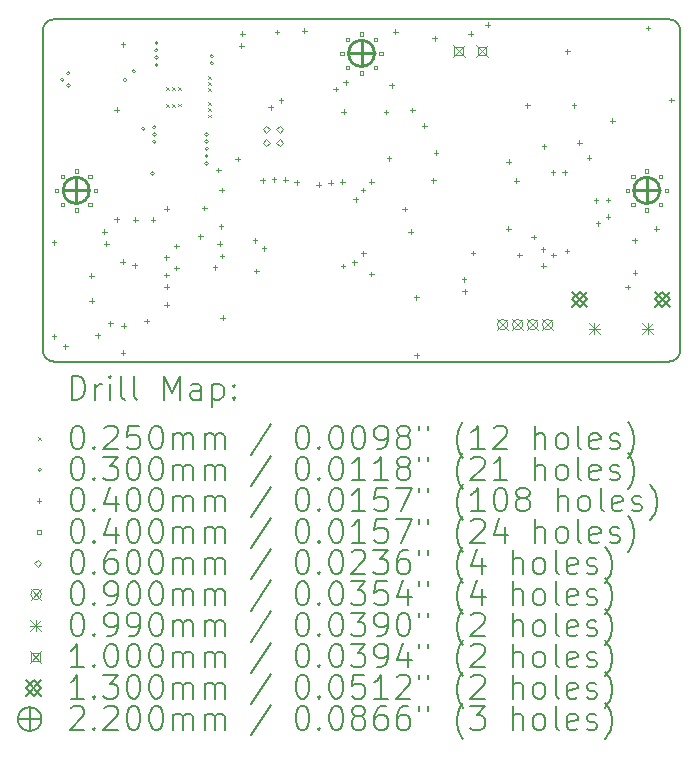
<source format=gbr>
%TF.GenerationSoftware,KiCad,Pcbnew,(6.0.7)*%
%TF.CreationDate,2022-10-18T17:17:19-04:00*%
%TF.ProjectId,PCB,5043422e-6b69-4636-9164-5f7063625858,rev?*%
%TF.SameCoordinates,Original*%
%TF.FileFunction,Drillmap*%
%TF.FilePolarity,Positive*%
%FSLAX45Y45*%
G04 Gerber Fmt 4.5, Leading zero omitted, Abs format (unit mm)*
G04 Created by KiCad (PCBNEW (6.0.7)) date 2022-10-18 17:17:19*
%MOMM*%
%LPD*%
G01*
G04 APERTURE LIST*
%ADD10C,0.200000*%
%ADD11C,0.025000*%
%ADD12C,0.030000*%
%ADD13C,0.040000*%
%ADD14C,0.060000*%
%ADD15C,0.090000*%
%ADD16C,0.099000*%
%ADD17C,0.100000*%
%ADD18C,0.130000*%
%ADD19C,0.220000*%
G04 APERTURE END LIST*
D10*
X24565000Y-11920000D02*
X24565000Y-9216000D01*
X24465000Y-12020000D02*
G75*
G03*
X24565000Y-11920000I0J100000D01*
G01*
X19265000Y-9120000D02*
G75*
G03*
X19165000Y-9220000I0J-100000D01*
G01*
X19265000Y-12020000D02*
X24465000Y-12020000D01*
X24564997Y-9216000D02*
G75*
G03*
X24465000Y-9120000I-99997J-4080D01*
G01*
X19165000Y-11920000D02*
G75*
G03*
X19265000Y-12020000I100000J0D01*
G01*
X24465000Y-9120000D02*
X19265000Y-9120000D01*
X19165000Y-9220000D02*
X19165000Y-11920000D01*
D11*
X20206500Y-9695500D02*
X20231500Y-9720500D01*
X20231500Y-9695500D02*
X20206500Y-9720500D01*
X20207500Y-9836500D02*
X20232500Y-9861500D01*
X20232500Y-9836500D02*
X20207500Y-9861500D01*
X20257500Y-9696500D02*
X20282500Y-9721500D01*
X20282500Y-9696500D02*
X20257500Y-9721500D01*
X20258500Y-9836500D02*
X20283500Y-9861500D01*
X20283500Y-9836500D02*
X20258500Y-9861500D01*
X20308500Y-9695500D02*
X20333500Y-9720500D01*
X20333500Y-9695500D02*
X20308500Y-9720500D01*
X20308500Y-9834500D02*
X20333500Y-9859500D01*
X20333500Y-9834500D02*
X20308500Y-9859500D01*
X20561500Y-9823500D02*
X20586500Y-9848500D01*
X20586500Y-9823500D02*
X20561500Y-9848500D01*
X20561500Y-9875500D02*
X20586500Y-9900500D01*
X20586500Y-9875500D02*
X20561500Y-9900500D01*
X20561500Y-9927500D02*
X20586500Y-9952500D01*
X20586500Y-9927500D02*
X20561500Y-9952500D01*
X20563500Y-9600500D02*
X20588500Y-9625500D01*
X20588500Y-9600500D02*
X20563500Y-9625500D01*
X20563500Y-9703500D02*
X20588500Y-9728500D01*
X20588500Y-9703500D02*
X20563500Y-9728500D01*
X20564500Y-9652500D02*
X20589500Y-9677500D01*
X20589500Y-9652500D02*
X20564500Y-9677500D01*
D12*
X19346000Y-9632000D02*
G75*
G03*
X19346000Y-9632000I-15000J0D01*
G01*
X19398000Y-9578000D02*
G75*
G03*
X19398000Y-9578000I-15000J0D01*
G01*
X19399000Y-9680000D02*
G75*
G03*
X19399000Y-9680000I-15000J0D01*
G01*
X19877450Y-9636000D02*
G75*
G03*
X19877450Y-9636000I-15000J0D01*
G01*
X19952000Y-9562450D02*
G75*
G03*
X19952000Y-9562450I-15000J0D01*
G01*
X20032111Y-10047207D02*
G75*
G03*
X20032111Y-10047207I-15000J0D01*
G01*
X20110000Y-10425000D02*
G75*
G03*
X20110000Y-10425000I-15000J0D01*
G01*
X20126000Y-10035000D02*
G75*
G03*
X20126000Y-10035000I-15000J0D01*
G01*
X20126000Y-10097000D02*
G75*
G03*
X20126000Y-10097000I-15000J0D01*
G01*
X20126000Y-10159000D02*
G75*
G03*
X20126000Y-10159000I-15000J0D01*
G01*
X20144000Y-9321000D02*
G75*
G03*
X20144000Y-9321000I-15000J0D01*
G01*
X20144000Y-9383000D02*
G75*
G03*
X20144000Y-9383000I-15000J0D01*
G01*
X20144000Y-9445000D02*
G75*
G03*
X20144000Y-9445000I-15000J0D01*
G01*
X20144000Y-9508000D02*
G75*
G03*
X20144000Y-9508000I-15000J0D01*
G01*
X20568000Y-10095000D02*
G75*
G03*
X20568000Y-10095000I-15000J0D01*
G01*
X20568000Y-10156000D02*
G75*
G03*
X20568000Y-10156000I-15000J0D01*
G01*
X20568000Y-10217000D02*
G75*
G03*
X20568000Y-10217000I-15000J0D01*
G01*
X20568000Y-10279000D02*
G75*
G03*
X20568000Y-10279000I-15000J0D01*
G01*
X20568000Y-10341000D02*
G75*
G03*
X20568000Y-10341000I-15000J0D01*
G01*
X20613000Y-9434000D02*
G75*
G03*
X20613000Y-9434000I-15000J0D01*
G01*
X20613000Y-9494000D02*
G75*
G03*
X20613000Y-9494000I-15000J0D01*
G01*
D13*
X19261000Y-10988000D02*
X19261000Y-11028000D01*
X19241000Y-11008000D02*
X19281000Y-11008000D01*
X19261000Y-11786000D02*
X19261000Y-11826000D01*
X19241000Y-11806000D02*
X19281000Y-11806000D01*
X19357000Y-11871000D02*
X19357000Y-11911000D01*
X19337000Y-11891000D02*
X19377000Y-11891000D01*
X19577096Y-11272027D02*
X19577096Y-11312027D01*
X19557096Y-11292027D02*
X19597096Y-11292027D01*
X19580120Y-11484727D02*
X19580120Y-11524727D01*
X19560120Y-11504727D02*
X19600120Y-11504727D01*
X19630000Y-11778000D02*
X19630000Y-11818000D01*
X19610000Y-11798000D02*
X19650000Y-11798000D01*
X19687000Y-10900000D02*
X19687000Y-10940000D01*
X19667000Y-10920000D02*
X19707000Y-10920000D01*
X19705000Y-11000000D02*
X19705000Y-11040000D01*
X19685000Y-11020000D02*
X19725000Y-11020000D01*
X19739046Y-11675027D02*
X19739046Y-11715027D01*
X19719046Y-11695027D02*
X19759046Y-11695027D01*
X19793000Y-10795450D02*
X19793000Y-10835450D01*
X19773000Y-10815450D02*
X19813000Y-10815450D01*
X19793500Y-9866500D02*
X19793500Y-9906500D01*
X19773500Y-9886500D02*
X19813500Y-9886500D01*
X19843000Y-11152000D02*
X19843000Y-11192000D01*
X19823000Y-11172000D02*
X19863000Y-11172000D01*
X19845500Y-11925000D02*
X19845500Y-11965000D01*
X19825500Y-11945000D02*
X19865500Y-11945000D01*
X19846000Y-9314000D02*
X19846000Y-9354000D01*
X19826000Y-9334000D02*
X19866000Y-9334000D01*
X19852096Y-11696027D02*
X19852096Y-11736027D01*
X19832096Y-11716027D02*
X19872096Y-11716027D01*
X19945000Y-11184000D02*
X19945000Y-11224000D01*
X19925000Y-11204000D02*
X19965000Y-11204000D01*
X19951000Y-10796950D02*
X19951000Y-10836950D01*
X19931000Y-10816950D02*
X19971000Y-10816950D01*
X20047046Y-11655027D02*
X20047046Y-11695027D01*
X20027046Y-11675027D02*
X20067046Y-11675027D01*
X20099000Y-10796450D02*
X20099000Y-10836450D01*
X20079000Y-10816450D02*
X20119000Y-10816450D01*
X20212000Y-11116000D02*
X20212000Y-11156000D01*
X20192000Y-11136000D02*
X20232000Y-11136000D01*
X20213000Y-11267000D02*
X20213000Y-11307000D01*
X20193000Y-11287000D02*
X20233000Y-11287000D01*
X20215000Y-11366000D02*
X20215000Y-11406000D01*
X20195000Y-11386000D02*
X20235000Y-11386000D01*
X20215000Y-11516000D02*
X20215000Y-11556000D01*
X20195000Y-11536000D02*
X20235000Y-11536000D01*
X20215500Y-10705500D02*
X20215500Y-10745500D01*
X20195500Y-10725500D02*
X20235500Y-10725500D01*
X20297000Y-11020000D02*
X20297000Y-11060000D01*
X20277000Y-11040000D02*
X20317000Y-11040000D01*
X20297000Y-11207689D02*
X20297000Y-11247689D01*
X20277000Y-11227689D02*
X20317000Y-11227689D01*
X20500000Y-10940000D02*
X20500000Y-10980000D01*
X20480000Y-10960000D02*
X20520000Y-10960000D01*
X20535000Y-10700000D02*
X20535000Y-10740000D01*
X20515000Y-10720000D02*
X20555000Y-10720000D01*
X20625475Y-11202639D02*
X20625475Y-11242639D01*
X20605475Y-11222639D02*
X20645475Y-11222639D01*
X20652000Y-10376000D02*
X20652000Y-10416000D01*
X20632000Y-10396000D02*
X20672000Y-10396000D01*
X20663000Y-11000000D02*
X20663000Y-11040000D01*
X20643000Y-11020000D02*
X20683000Y-11020000D01*
X20675000Y-10855000D02*
X20675000Y-10895000D01*
X20655000Y-10875000D02*
X20695000Y-10875000D01*
X20682000Y-10546000D02*
X20682000Y-10586000D01*
X20662000Y-10566000D02*
X20702000Y-10566000D01*
X20684000Y-11106000D02*
X20684000Y-11146000D01*
X20664000Y-11126000D02*
X20704000Y-11126000D01*
X20689000Y-11628000D02*
X20689000Y-11668000D01*
X20669000Y-11648000D02*
X20709000Y-11648000D01*
X20818000Y-10284550D02*
X20818000Y-10324550D01*
X20798000Y-10304550D02*
X20838000Y-10304550D01*
X20848000Y-9324000D02*
X20848000Y-9364000D01*
X20828000Y-9344000D02*
X20868000Y-9344000D01*
X20855050Y-9224299D02*
X20855050Y-9264299D01*
X20835050Y-9244299D02*
X20875050Y-9244299D01*
X20963000Y-10973000D02*
X20963000Y-11013000D01*
X20943000Y-10993000D02*
X20983000Y-10993000D01*
X20975000Y-11232000D02*
X20975000Y-11272000D01*
X20955000Y-11252000D02*
X20995000Y-11252000D01*
X21029000Y-10464000D02*
X21029000Y-10504000D01*
X21009000Y-10484000D02*
X21049000Y-10484000D01*
X21039891Y-11040450D02*
X21039891Y-11080450D01*
X21019891Y-11060450D02*
X21059891Y-11060450D01*
X21096566Y-9846109D02*
X21096566Y-9886109D01*
X21076566Y-9866109D02*
X21116566Y-9866109D01*
X21125074Y-10456843D02*
X21125074Y-10496843D01*
X21105074Y-10476843D02*
X21145074Y-10476843D01*
X21149565Y-9209214D02*
X21149565Y-9249214D01*
X21129565Y-9229214D02*
X21169565Y-9229214D01*
X21184000Y-9788450D02*
X21184000Y-9828450D01*
X21164000Y-9808450D02*
X21204000Y-9808450D01*
X21220000Y-10459000D02*
X21220000Y-10499000D01*
X21200000Y-10479000D02*
X21240000Y-10479000D01*
X21317519Y-10480912D02*
X21317519Y-10520912D01*
X21297519Y-10500912D02*
X21337519Y-10500912D01*
X21380000Y-9199000D02*
X21380000Y-9239000D01*
X21360000Y-9219000D02*
X21400000Y-9219000D01*
X21503782Y-10500600D02*
X21503782Y-10540600D01*
X21483782Y-10520600D02*
X21523782Y-10520600D01*
X21602646Y-10485905D02*
X21602646Y-10525905D01*
X21582646Y-10505905D02*
X21622646Y-10505905D01*
X21647784Y-9690581D02*
X21647784Y-9730581D01*
X21627784Y-9710581D02*
X21667784Y-9710581D01*
X21702000Y-10475000D02*
X21702000Y-10515000D01*
X21682000Y-10495000D02*
X21722000Y-10495000D01*
X21707689Y-11190098D02*
X21707689Y-11230098D01*
X21687689Y-11210098D02*
X21727689Y-11210098D01*
X21715000Y-9882000D02*
X21715000Y-9922000D01*
X21695000Y-9902000D02*
X21735000Y-9902000D01*
X21731594Y-9636120D02*
X21731594Y-9676120D01*
X21711594Y-9656120D02*
X21751594Y-9656120D01*
X21803000Y-11160000D02*
X21803000Y-11200000D01*
X21783000Y-11180000D02*
X21823000Y-11180000D01*
X21816293Y-10626523D02*
X21816293Y-10666523D01*
X21796293Y-10646523D02*
X21836293Y-10646523D01*
X21877038Y-10547150D02*
X21877038Y-10587150D01*
X21857038Y-10567150D02*
X21897038Y-10567150D01*
X21879100Y-11081268D02*
X21879100Y-11121268D01*
X21859100Y-11101268D02*
X21899100Y-11101268D01*
X21949050Y-10477200D02*
X21949050Y-10517200D01*
X21929050Y-10497200D02*
X21969050Y-10497200D01*
X21949050Y-11257300D02*
X21949050Y-11297300D01*
X21929050Y-11277300D02*
X21969050Y-11277300D01*
X22072000Y-9885000D02*
X22072000Y-9925000D01*
X22052000Y-9905000D02*
X22092000Y-9905000D01*
X22098000Y-10277000D02*
X22098000Y-10317000D01*
X22078000Y-10297000D02*
X22118000Y-10297000D01*
X22121000Y-9660000D02*
X22121000Y-9700000D01*
X22101000Y-9680000D02*
X22141000Y-9680000D01*
X22151000Y-9206450D02*
X22151000Y-9246450D01*
X22131000Y-9226450D02*
X22171000Y-9226450D01*
X22231000Y-10708000D02*
X22231000Y-10748000D01*
X22211000Y-10728000D02*
X22251000Y-10728000D01*
X22280000Y-10900550D02*
X22280000Y-10940550D01*
X22260000Y-10920550D02*
X22300000Y-10920550D01*
X22294845Y-9869532D02*
X22294845Y-9909532D01*
X22274845Y-9889532D02*
X22314845Y-9889532D01*
X22330000Y-11454000D02*
X22330000Y-11494000D01*
X22310000Y-11474000D02*
X22350000Y-11474000D01*
X22332000Y-11946000D02*
X22332000Y-11986000D01*
X22312000Y-11966000D02*
X22352000Y-11966000D01*
X22396000Y-10002000D02*
X22396000Y-10042000D01*
X22376000Y-10022000D02*
X22416000Y-10022000D01*
X22472162Y-10464774D02*
X22472162Y-10504774D01*
X22452162Y-10484774D02*
X22492162Y-10484774D01*
X22485000Y-9261450D02*
X22485000Y-9301450D01*
X22465000Y-9281450D02*
X22505000Y-9281450D01*
X22496746Y-10229119D02*
X22496746Y-10269119D01*
X22476746Y-10249119D02*
X22516746Y-10249119D01*
X22733143Y-11303897D02*
X22733143Y-11343897D01*
X22713143Y-11323897D02*
X22753143Y-11323897D01*
X22737236Y-11403764D02*
X22737236Y-11443764D01*
X22717236Y-11423764D02*
X22757236Y-11423764D01*
X22789234Y-9221766D02*
X22789234Y-9261766D01*
X22769234Y-9241766D02*
X22809234Y-9241766D01*
X22809950Y-11080450D02*
X22809950Y-11120450D01*
X22789950Y-11100450D02*
X22829950Y-11100450D01*
X22934000Y-9146000D02*
X22934000Y-9186000D01*
X22914000Y-9166000D02*
X22954000Y-9166000D01*
X23107000Y-10875050D02*
X23107000Y-10915050D01*
X23087000Y-10895050D02*
X23127000Y-10895050D01*
X23110000Y-10306000D02*
X23110000Y-10346000D01*
X23090000Y-10326000D02*
X23130000Y-10326000D01*
X23176950Y-10469000D02*
X23176950Y-10509000D01*
X23156950Y-10489000D02*
X23196950Y-10489000D01*
X23202229Y-11096721D02*
X23202229Y-11136721D01*
X23182229Y-11116721D02*
X23222229Y-11116721D01*
X23270000Y-9830000D02*
X23270000Y-9870000D01*
X23250000Y-9850000D02*
X23290000Y-9850000D01*
X23323000Y-10945000D02*
X23323000Y-10985000D01*
X23303000Y-10965000D02*
X23343000Y-10965000D01*
X23401000Y-11047450D02*
X23401000Y-11087450D01*
X23381000Y-11067450D02*
X23421000Y-11067450D01*
X23405000Y-11187400D02*
X23405000Y-11227400D01*
X23385000Y-11207400D02*
X23425000Y-11207400D01*
X23410000Y-10177000D02*
X23410000Y-10217000D01*
X23390000Y-10197000D02*
X23430000Y-10197000D01*
X23485102Y-10395808D02*
X23485102Y-10435808D01*
X23465102Y-10415808D02*
X23505102Y-10415808D01*
X23488269Y-11096175D02*
X23488269Y-11136175D01*
X23468269Y-11116175D02*
X23508269Y-11116175D01*
X23585050Y-10396450D02*
X23585050Y-10436450D01*
X23565050Y-10416450D02*
X23605050Y-10416450D01*
X23605000Y-11064000D02*
X23605000Y-11104000D01*
X23585000Y-11084000D02*
X23625000Y-11084000D01*
X23609000Y-9371000D02*
X23609000Y-9411000D01*
X23589000Y-9391000D02*
X23629000Y-9391000D01*
X23663000Y-9830000D02*
X23663000Y-9870000D01*
X23643000Y-9850000D02*
X23683000Y-9850000D01*
X23708000Y-10145000D02*
X23708000Y-10185000D01*
X23688000Y-10165000D02*
X23728000Y-10165000D01*
X23791000Y-10274000D02*
X23791000Y-10314000D01*
X23771000Y-10294000D02*
X23811000Y-10294000D01*
X23851119Y-10632550D02*
X23851119Y-10672550D01*
X23831119Y-10652550D02*
X23871119Y-10652550D01*
X23868275Y-10828545D02*
X23868275Y-10868545D01*
X23848275Y-10848545D02*
X23888275Y-10848545D01*
X23951000Y-10772450D02*
X23951000Y-10812450D01*
X23931000Y-10792450D02*
X23971000Y-10792450D01*
X23951038Y-10630038D02*
X23951038Y-10670038D01*
X23931038Y-10650038D02*
X23971038Y-10650038D01*
X23989737Y-9960187D02*
X23989737Y-10000187D01*
X23969737Y-9980187D02*
X24009737Y-9980187D01*
X24118000Y-11368000D02*
X24118000Y-11408000D01*
X24098000Y-11388000D02*
X24138000Y-11388000D01*
X24178000Y-10973000D02*
X24178000Y-11013000D01*
X24158000Y-10993000D02*
X24198000Y-10993000D01*
X24181000Y-11245000D02*
X24181000Y-11285000D01*
X24161000Y-11265000D02*
X24201000Y-11265000D01*
X24290000Y-9174000D02*
X24290000Y-9214000D01*
X24270000Y-9194000D02*
X24310000Y-9194000D01*
X24360000Y-10874000D02*
X24360000Y-10914000D01*
X24340000Y-10894000D02*
X24380000Y-10894000D01*
X24488000Y-9785000D02*
X24488000Y-9825000D01*
X24468000Y-9805000D02*
X24508000Y-9805000D01*
X19299142Y-10584142D02*
X19299142Y-10555858D01*
X19270858Y-10555858D01*
X19270858Y-10584142D01*
X19299142Y-10584142D01*
X19347470Y-10467470D02*
X19347470Y-10439185D01*
X19319185Y-10439185D01*
X19319185Y-10467470D01*
X19347470Y-10467470D01*
X19347470Y-10700815D02*
X19347470Y-10672530D01*
X19319185Y-10672530D01*
X19319185Y-10700815D01*
X19347470Y-10700815D01*
X19464142Y-10419142D02*
X19464142Y-10390858D01*
X19435858Y-10390858D01*
X19435858Y-10419142D01*
X19464142Y-10419142D01*
X19464142Y-10749142D02*
X19464142Y-10720858D01*
X19435858Y-10720858D01*
X19435858Y-10749142D01*
X19464142Y-10749142D01*
X19580815Y-10467470D02*
X19580815Y-10439185D01*
X19552530Y-10439185D01*
X19552530Y-10467470D01*
X19580815Y-10467470D01*
X19580815Y-10700815D02*
X19580815Y-10672530D01*
X19552530Y-10672530D01*
X19552530Y-10700815D01*
X19580815Y-10700815D01*
X19629142Y-10584142D02*
X19629142Y-10555858D01*
X19600858Y-10555858D01*
X19600858Y-10584142D01*
X19629142Y-10584142D01*
X21714142Y-9424142D02*
X21714142Y-9395858D01*
X21685858Y-9395858D01*
X21685858Y-9424142D01*
X21714142Y-9424142D01*
X21762470Y-9307470D02*
X21762470Y-9279185D01*
X21734185Y-9279185D01*
X21734185Y-9307470D01*
X21762470Y-9307470D01*
X21762470Y-9540815D02*
X21762470Y-9512530D01*
X21734185Y-9512530D01*
X21734185Y-9540815D01*
X21762470Y-9540815D01*
X21879142Y-9259142D02*
X21879142Y-9230858D01*
X21850858Y-9230858D01*
X21850858Y-9259142D01*
X21879142Y-9259142D01*
X21879142Y-9589142D02*
X21879142Y-9560858D01*
X21850858Y-9560858D01*
X21850858Y-9589142D01*
X21879142Y-9589142D01*
X21995815Y-9307470D02*
X21995815Y-9279185D01*
X21967530Y-9279185D01*
X21967530Y-9307470D01*
X21995815Y-9307470D01*
X21995815Y-9540815D02*
X21995815Y-9512530D01*
X21967530Y-9512530D01*
X21967530Y-9540815D01*
X21995815Y-9540815D01*
X22044142Y-9424142D02*
X22044142Y-9395858D01*
X22015858Y-9395858D01*
X22015858Y-9424142D01*
X22044142Y-9424142D01*
X24129142Y-10584142D02*
X24129142Y-10555858D01*
X24100858Y-10555858D01*
X24100858Y-10584142D01*
X24129142Y-10584142D01*
X24177470Y-10467470D02*
X24177470Y-10439185D01*
X24149185Y-10439185D01*
X24149185Y-10467470D01*
X24177470Y-10467470D01*
X24177470Y-10700815D02*
X24177470Y-10672530D01*
X24149185Y-10672530D01*
X24149185Y-10700815D01*
X24177470Y-10700815D01*
X24294142Y-10419142D02*
X24294142Y-10390858D01*
X24265858Y-10390858D01*
X24265858Y-10419142D01*
X24294142Y-10419142D01*
X24294142Y-10749142D02*
X24294142Y-10720858D01*
X24265858Y-10720858D01*
X24265858Y-10749142D01*
X24294142Y-10749142D01*
X24410815Y-10467470D02*
X24410815Y-10439185D01*
X24382530Y-10439185D01*
X24382530Y-10467470D01*
X24410815Y-10467470D01*
X24410815Y-10700815D02*
X24410815Y-10672530D01*
X24382530Y-10672530D01*
X24382530Y-10700815D01*
X24410815Y-10700815D01*
X24459142Y-10584142D02*
X24459142Y-10555858D01*
X24430858Y-10555858D01*
X24430858Y-10584142D01*
X24459142Y-10584142D01*
D14*
X21057000Y-10197000D02*
X21087000Y-10167000D01*
X21057000Y-10137000D01*
X21027000Y-10167000D01*
X21057000Y-10197000D01*
X21057990Y-10082054D02*
X21087990Y-10052054D01*
X21057990Y-10022054D01*
X21027990Y-10052054D01*
X21057990Y-10082054D01*
X21172936Y-10081055D02*
X21202936Y-10051055D01*
X21172936Y-10021055D01*
X21142936Y-10051055D01*
X21172936Y-10081055D01*
X21174000Y-10196000D02*
X21204000Y-10166000D01*
X21174000Y-10136000D01*
X21144000Y-10166000D01*
X21174000Y-10196000D01*
D15*
X23015000Y-11662000D02*
X23105000Y-11752000D01*
X23105000Y-11662000D02*
X23015000Y-11752000D01*
X23105000Y-11707000D02*
G75*
G03*
X23105000Y-11707000I-45000J0D01*
G01*
X23142000Y-11662000D02*
X23232000Y-11752000D01*
X23232000Y-11662000D02*
X23142000Y-11752000D01*
X23232000Y-11707000D02*
G75*
G03*
X23232000Y-11707000I-45000J0D01*
G01*
X23269000Y-11662000D02*
X23359000Y-11752000D01*
X23359000Y-11662000D02*
X23269000Y-11752000D01*
X23359000Y-11707000D02*
G75*
G03*
X23359000Y-11707000I-45000J0D01*
G01*
X23396000Y-11662000D02*
X23486000Y-11752000D01*
X23486000Y-11662000D02*
X23396000Y-11752000D01*
X23486000Y-11707000D02*
G75*
G03*
X23486000Y-11707000I-45000J0D01*
G01*
D16*
X23787500Y-11690500D02*
X23886500Y-11789500D01*
X23886500Y-11690500D02*
X23787500Y-11789500D01*
X23837000Y-11690500D02*
X23837000Y-11789500D01*
X23787500Y-11740000D02*
X23886500Y-11740000D01*
X24237500Y-11690500D02*
X24336500Y-11789500D01*
X24336500Y-11690500D02*
X24237500Y-11789500D01*
X24287000Y-11690500D02*
X24287000Y-11789500D01*
X24237500Y-11740000D02*
X24336500Y-11740000D01*
D17*
X22637000Y-9341000D02*
X22737000Y-9441000D01*
X22737000Y-9341000D02*
X22637000Y-9441000D01*
X22722356Y-9426356D02*
X22722356Y-9355644D01*
X22651644Y-9355644D01*
X22651644Y-9426356D01*
X22722356Y-9426356D01*
X22837000Y-9341000D02*
X22937000Y-9441000D01*
X22937000Y-9341000D02*
X22837000Y-9441000D01*
X22922356Y-9426356D02*
X22922356Y-9355644D01*
X22851644Y-9355644D01*
X22851644Y-9426356D01*
X22922356Y-9426356D01*
D18*
X23646000Y-11426000D02*
X23776000Y-11556000D01*
X23776000Y-11426000D02*
X23646000Y-11556000D01*
X23711000Y-11556000D02*
X23776000Y-11491000D01*
X23711000Y-11426000D01*
X23646000Y-11491000D01*
X23711000Y-11556000D01*
X24347000Y-11426000D02*
X24477000Y-11556000D01*
X24477000Y-11426000D02*
X24347000Y-11556000D01*
X24412000Y-11556000D02*
X24477000Y-11491000D01*
X24412000Y-11426000D01*
X24347000Y-11491000D01*
X24412000Y-11556000D01*
D19*
X19450000Y-10460000D02*
X19450000Y-10680000D01*
X19340000Y-10570000D02*
X19560000Y-10570000D01*
X19560000Y-10570000D02*
G75*
G03*
X19560000Y-10570000I-110000J0D01*
G01*
X21865000Y-9300000D02*
X21865000Y-9520000D01*
X21755000Y-9410000D02*
X21975000Y-9410000D01*
X21975000Y-9410000D02*
G75*
G03*
X21975000Y-9410000I-110000J0D01*
G01*
X24280000Y-10460000D02*
X24280000Y-10680000D01*
X24170000Y-10570000D02*
X24390000Y-10570000D01*
X24390000Y-10570000D02*
G75*
G03*
X24390000Y-10570000I-110000J0D01*
G01*
D10*
X19412619Y-12340476D02*
X19412619Y-12140476D01*
X19460238Y-12140476D01*
X19488810Y-12150000D01*
X19507857Y-12169048D01*
X19517381Y-12188095D01*
X19526905Y-12226190D01*
X19526905Y-12254762D01*
X19517381Y-12292857D01*
X19507857Y-12311905D01*
X19488810Y-12330952D01*
X19460238Y-12340476D01*
X19412619Y-12340476D01*
X19612619Y-12340476D02*
X19612619Y-12207143D01*
X19612619Y-12245238D02*
X19622143Y-12226190D01*
X19631667Y-12216667D01*
X19650714Y-12207143D01*
X19669762Y-12207143D01*
X19736429Y-12340476D02*
X19736429Y-12207143D01*
X19736429Y-12140476D02*
X19726905Y-12150000D01*
X19736429Y-12159524D01*
X19745952Y-12150000D01*
X19736429Y-12140476D01*
X19736429Y-12159524D01*
X19860238Y-12340476D02*
X19841190Y-12330952D01*
X19831667Y-12311905D01*
X19831667Y-12140476D01*
X19965000Y-12340476D02*
X19945952Y-12330952D01*
X19936429Y-12311905D01*
X19936429Y-12140476D01*
X20193571Y-12340476D02*
X20193571Y-12140476D01*
X20260238Y-12283333D01*
X20326905Y-12140476D01*
X20326905Y-12340476D01*
X20507857Y-12340476D02*
X20507857Y-12235714D01*
X20498333Y-12216667D01*
X20479286Y-12207143D01*
X20441190Y-12207143D01*
X20422143Y-12216667D01*
X20507857Y-12330952D02*
X20488810Y-12340476D01*
X20441190Y-12340476D01*
X20422143Y-12330952D01*
X20412619Y-12311905D01*
X20412619Y-12292857D01*
X20422143Y-12273809D01*
X20441190Y-12264286D01*
X20488810Y-12264286D01*
X20507857Y-12254762D01*
X20603095Y-12207143D02*
X20603095Y-12407143D01*
X20603095Y-12216667D02*
X20622143Y-12207143D01*
X20660238Y-12207143D01*
X20679286Y-12216667D01*
X20688810Y-12226190D01*
X20698333Y-12245238D01*
X20698333Y-12302381D01*
X20688810Y-12321428D01*
X20679286Y-12330952D01*
X20660238Y-12340476D01*
X20622143Y-12340476D01*
X20603095Y-12330952D01*
X20784048Y-12321428D02*
X20793571Y-12330952D01*
X20784048Y-12340476D01*
X20774524Y-12330952D01*
X20784048Y-12321428D01*
X20784048Y-12340476D01*
X20784048Y-12216667D02*
X20793571Y-12226190D01*
X20784048Y-12235714D01*
X20774524Y-12226190D01*
X20784048Y-12216667D01*
X20784048Y-12235714D01*
D11*
X19130000Y-12657500D02*
X19155000Y-12682500D01*
X19155000Y-12657500D02*
X19130000Y-12682500D01*
D10*
X19450714Y-12560476D02*
X19469762Y-12560476D01*
X19488810Y-12570000D01*
X19498333Y-12579524D01*
X19507857Y-12598571D01*
X19517381Y-12636667D01*
X19517381Y-12684286D01*
X19507857Y-12722381D01*
X19498333Y-12741428D01*
X19488810Y-12750952D01*
X19469762Y-12760476D01*
X19450714Y-12760476D01*
X19431667Y-12750952D01*
X19422143Y-12741428D01*
X19412619Y-12722381D01*
X19403095Y-12684286D01*
X19403095Y-12636667D01*
X19412619Y-12598571D01*
X19422143Y-12579524D01*
X19431667Y-12570000D01*
X19450714Y-12560476D01*
X19603095Y-12741428D02*
X19612619Y-12750952D01*
X19603095Y-12760476D01*
X19593571Y-12750952D01*
X19603095Y-12741428D01*
X19603095Y-12760476D01*
X19688810Y-12579524D02*
X19698333Y-12570000D01*
X19717381Y-12560476D01*
X19765000Y-12560476D01*
X19784048Y-12570000D01*
X19793571Y-12579524D01*
X19803095Y-12598571D01*
X19803095Y-12617619D01*
X19793571Y-12646190D01*
X19679286Y-12760476D01*
X19803095Y-12760476D01*
X19984048Y-12560476D02*
X19888810Y-12560476D01*
X19879286Y-12655714D01*
X19888810Y-12646190D01*
X19907857Y-12636667D01*
X19955476Y-12636667D01*
X19974524Y-12646190D01*
X19984048Y-12655714D01*
X19993571Y-12674762D01*
X19993571Y-12722381D01*
X19984048Y-12741428D01*
X19974524Y-12750952D01*
X19955476Y-12760476D01*
X19907857Y-12760476D01*
X19888810Y-12750952D01*
X19879286Y-12741428D01*
X20117381Y-12560476D02*
X20136429Y-12560476D01*
X20155476Y-12570000D01*
X20165000Y-12579524D01*
X20174524Y-12598571D01*
X20184048Y-12636667D01*
X20184048Y-12684286D01*
X20174524Y-12722381D01*
X20165000Y-12741428D01*
X20155476Y-12750952D01*
X20136429Y-12760476D01*
X20117381Y-12760476D01*
X20098333Y-12750952D01*
X20088810Y-12741428D01*
X20079286Y-12722381D01*
X20069762Y-12684286D01*
X20069762Y-12636667D01*
X20079286Y-12598571D01*
X20088810Y-12579524D01*
X20098333Y-12570000D01*
X20117381Y-12560476D01*
X20269762Y-12760476D02*
X20269762Y-12627143D01*
X20269762Y-12646190D02*
X20279286Y-12636667D01*
X20298333Y-12627143D01*
X20326905Y-12627143D01*
X20345952Y-12636667D01*
X20355476Y-12655714D01*
X20355476Y-12760476D01*
X20355476Y-12655714D02*
X20365000Y-12636667D01*
X20384048Y-12627143D01*
X20412619Y-12627143D01*
X20431667Y-12636667D01*
X20441190Y-12655714D01*
X20441190Y-12760476D01*
X20536429Y-12760476D02*
X20536429Y-12627143D01*
X20536429Y-12646190D02*
X20545952Y-12636667D01*
X20565000Y-12627143D01*
X20593571Y-12627143D01*
X20612619Y-12636667D01*
X20622143Y-12655714D01*
X20622143Y-12760476D01*
X20622143Y-12655714D02*
X20631667Y-12636667D01*
X20650714Y-12627143D01*
X20679286Y-12627143D01*
X20698333Y-12636667D01*
X20707857Y-12655714D01*
X20707857Y-12760476D01*
X21098333Y-12550952D02*
X20926905Y-12808095D01*
X21355476Y-12560476D02*
X21374524Y-12560476D01*
X21393571Y-12570000D01*
X21403095Y-12579524D01*
X21412619Y-12598571D01*
X21422143Y-12636667D01*
X21422143Y-12684286D01*
X21412619Y-12722381D01*
X21403095Y-12741428D01*
X21393571Y-12750952D01*
X21374524Y-12760476D01*
X21355476Y-12760476D01*
X21336429Y-12750952D01*
X21326905Y-12741428D01*
X21317381Y-12722381D01*
X21307857Y-12684286D01*
X21307857Y-12636667D01*
X21317381Y-12598571D01*
X21326905Y-12579524D01*
X21336429Y-12570000D01*
X21355476Y-12560476D01*
X21507857Y-12741428D02*
X21517381Y-12750952D01*
X21507857Y-12760476D01*
X21498333Y-12750952D01*
X21507857Y-12741428D01*
X21507857Y-12760476D01*
X21641190Y-12560476D02*
X21660238Y-12560476D01*
X21679286Y-12570000D01*
X21688810Y-12579524D01*
X21698333Y-12598571D01*
X21707857Y-12636667D01*
X21707857Y-12684286D01*
X21698333Y-12722381D01*
X21688810Y-12741428D01*
X21679286Y-12750952D01*
X21660238Y-12760476D01*
X21641190Y-12760476D01*
X21622143Y-12750952D01*
X21612619Y-12741428D01*
X21603095Y-12722381D01*
X21593571Y-12684286D01*
X21593571Y-12636667D01*
X21603095Y-12598571D01*
X21612619Y-12579524D01*
X21622143Y-12570000D01*
X21641190Y-12560476D01*
X21831667Y-12560476D02*
X21850714Y-12560476D01*
X21869762Y-12570000D01*
X21879286Y-12579524D01*
X21888810Y-12598571D01*
X21898333Y-12636667D01*
X21898333Y-12684286D01*
X21888810Y-12722381D01*
X21879286Y-12741428D01*
X21869762Y-12750952D01*
X21850714Y-12760476D01*
X21831667Y-12760476D01*
X21812619Y-12750952D01*
X21803095Y-12741428D01*
X21793571Y-12722381D01*
X21784048Y-12684286D01*
X21784048Y-12636667D01*
X21793571Y-12598571D01*
X21803095Y-12579524D01*
X21812619Y-12570000D01*
X21831667Y-12560476D01*
X21993571Y-12760476D02*
X22031667Y-12760476D01*
X22050714Y-12750952D01*
X22060238Y-12741428D01*
X22079286Y-12712857D01*
X22088810Y-12674762D01*
X22088810Y-12598571D01*
X22079286Y-12579524D01*
X22069762Y-12570000D01*
X22050714Y-12560476D01*
X22012619Y-12560476D01*
X21993571Y-12570000D01*
X21984048Y-12579524D01*
X21974524Y-12598571D01*
X21974524Y-12646190D01*
X21984048Y-12665238D01*
X21993571Y-12674762D01*
X22012619Y-12684286D01*
X22050714Y-12684286D01*
X22069762Y-12674762D01*
X22079286Y-12665238D01*
X22088810Y-12646190D01*
X22203095Y-12646190D02*
X22184048Y-12636667D01*
X22174524Y-12627143D01*
X22165000Y-12608095D01*
X22165000Y-12598571D01*
X22174524Y-12579524D01*
X22184048Y-12570000D01*
X22203095Y-12560476D01*
X22241190Y-12560476D01*
X22260238Y-12570000D01*
X22269762Y-12579524D01*
X22279286Y-12598571D01*
X22279286Y-12608095D01*
X22269762Y-12627143D01*
X22260238Y-12636667D01*
X22241190Y-12646190D01*
X22203095Y-12646190D01*
X22184048Y-12655714D01*
X22174524Y-12665238D01*
X22165000Y-12684286D01*
X22165000Y-12722381D01*
X22174524Y-12741428D01*
X22184048Y-12750952D01*
X22203095Y-12760476D01*
X22241190Y-12760476D01*
X22260238Y-12750952D01*
X22269762Y-12741428D01*
X22279286Y-12722381D01*
X22279286Y-12684286D01*
X22269762Y-12665238D01*
X22260238Y-12655714D01*
X22241190Y-12646190D01*
X22355476Y-12560476D02*
X22355476Y-12598571D01*
X22431667Y-12560476D02*
X22431667Y-12598571D01*
X22726905Y-12836667D02*
X22717381Y-12827143D01*
X22698333Y-12798571D01*
X22688809Y-12779524D01*
X22679286Y-12750952D01*
X22669762Y-12703333D01*
X22669762Y-12665238D01*
X22679286Y-12617619D01*
X22688809Y-12589048D01*
X22698333Y-12570000D01*
X22717381Y-12541428D01*
X22726905Y-12531905D01*
X22907857Y-12760476D02*
X22793571Y-12760476D01*
X22850714Y-12760476D02*
X22850714Y-12560476D01*
X22831667Y-12589048D01*
X22812619Y-12608095D01*
X22793571Y-12617619D01*
X22984048Y-12579524D02*
X22993571Y-12570000D01*
X23012619Y-12560476D01*
X23060238Y-12560476D01*
X23079286Y-12570000D01*
X23088809Y-12579524D01*
X23098333Y-12598571D01*
X23098333Y-12617619D01*
X23088809Y-12646190D01*
X22974524Y-12760476D01*
X23098333Y-12760476D01*
X23336428Y-12760476D02*
X23336428Y-12560476D01*
X23422143Y-12760476D02*
X23422143Y-12655714D01*
X23412619Y-12636667D01*
X23393571Y-12627143D01*
X23365000Y-12627143D01*
X23345952Y-12636667D01*
X23336428Y-12646190D01*
X23545952Y-12760476D02*
X23526905Y-12750952D01*
X23517381Y-12741428D01*
X23507857Y-12722381D01*
X23507857Y-12665238D01*
X23517381Y-12646190D01*
X23526905Y-12636667D01*
X23545952Y-12627143D01*
X23574524Y-12627143D01*
X23593571Y-12636667D01*
X23603095Y-12646190D01*
X23612619Y-12665238D01*
X23612619Y-12722381D01*
X23603095Y-12741428D01*
X23593571Y-12750952D01*
X23574524Y-12760476D01*
X23545952Y-12760476D01*
X23726905Y-12760476D02*
X23707857Y-12750952D01*
X23698333Y-12731905D01*
X23698333Y-12560476D01*
X23879286Y-12750952D02*
X23860238Y-12760476D01*
X23822143Y-12760476D01*
X23803095Y-12750952D01*
X23793571Y-12731905D01*
X23793571Y-12655714D01*
X23803095Y-12636667D01*
X23822143Y-12627143D01*
X23860238Y-12627143D01*
X23879286Y-12636667D01*
X23888809Y-12655714D01*
X23888809Y-12674762D01*
X23793571Y-12693809D01*
X23965000Y-12750952D02*
X23984048Y-12760476D01*
X24022143Y-12760476D01*
X24041190Y-12750952D01*
X24050714Y-12731905D01*
X24050714Y-12722381D01*
X24041190Y-12703333D01*
X24022143Y-12693809D01*
X23993571Y-12693809D01*
X23974524Y-12684286D01*
X23965000Y-12665238D01*
X23965000Y-12655714D01*
X23974524Y-12636667D01*
X23993571Y-12627143D01*
X24022143Y-12627143D01*
X24041190Y-12636667D01*
X24117381Y-12836667D02*
X24126905Y-12827143D01*
X24145952Y-12798571D01*
X24155476Y-12779524D01*
X24165000Y-12750952D01*
X24174524Y-12703333D01*
X24174524Y-12665238D01*
X24165000Y-12617619D01*
X24155476Y-12589048D01*
X24145952Y-12570000D01*
X24126905Y-12541428D01*
X24117381Y-12531905D01*
D12*
X19155000Y-12934000D02*
G75*
G03*
X19155000Y-12934000I-15000J0D01*
G01*
D10*
X19450714Y-12824476D02*
X19469762Y-12824476D01*
X19488810Y-12834000D01*
X19498333Y-12843524D01*
X19507857Y-12862571D01*
X19517381Y-12900667D01*
X19517381Y-12948286D01*
X19507857Y-12986381D01*
X19498333Y-13005428D01*
X19488810Y-13014952D01*
X19469762Y-13024476D01*
X19450714Y-13024476D01*
X19431667Y-13014952D01*
X19422143Y-13005428D01*
X19412619Y-12986381D01*
X19403095Y-12948286D01*
X19403095Y-12900667D01*
X19412619Y-12862571D01*
X19422143Y-12843524D01*
X19431667Y-12834000D01*
X19450714Y-12824476D01*
X19603095Y-13005428D02*
X19612619Y-13014952D01*
X19603095Y-13024476D01*
X19593571Y-13014952D01*
X19603095Y-13005428D01*
X19603095Y-13024476D01*
X19679286Y-12824476D02*
X19803095Y-12824476D01*
X19736429Y-12900667D01*
X19765000Y-12900667D01*
X19784048Y-12910190D01*
X19793571Y-12919714D01*
X19803095Y-12938762D01*
X19803095Y-12986381D01*
X19793571Y-13005428D01*
X19784048Y-13014952D01*
X19765000Y-13024476D01*
X19707857Y-13024476D01*
X19688810Y-13014952D01*
X19679286Y-13005428D01*
X19926905Y-12824476D02*
X19945952Y-12824476D01*
X19965000Y-12834000D01*
X19974524Y-12843524D01*
X19984048Y-12862571D01*
X19993571Y-12900667D01*
X19993571Y-12948286D01*
X19984048Y-12986381D01*
X19974524Y-13005428D01*
X19965000Y-13014952D01*
X19945952Y-13024476D01*
X19926905Y-13024476D01*
X19907857Y-13014952D01*
X19898333Y-13005428D01*
X19888810Y-12986381D01*
X19879286Y-12948286D01*
X19879286Y-12900667D01*
X19888810Y-12862571D01*
X19898333Y-12843524D01*
X19907857Y-12834000D01*
X19926905Y-12824476D01*
X20117381Y-12824476D02*
X20136429Y-12824476D01*
X20155476Y-12834000D01*
X20165000Y-12843524D01*
X20174524Y-12862571D01*
X20184048Y-12900667D01*
X20184048Y-12948286D01*
X20174524Y-12986381D01*
X20165000Y-13005428D01*
X20155476Y-13014952D01*
X20136429Y-13024476D01*
X20117381Y-13024476D01*
X20098333Y-13014952D01*
X20088810Y-13005428D01*
X20079286Y-12986381D01*
X20069762Y-12948286D01*
X20069762Y-12900667D01*
X20079286Y-12862571D01*
X20088810Y-12843524D01*
X20098333Y-12834000D01*
X20117381Y-12824476D01*
X20269762Y-13024476D02*
X20269762Y-12891143D01*
X20269762Y-12910190D02*
X20279286Y-12900667D01*
X20298333Y-12891143D01*
X20326905Y-12891143D01*
X20345952Y-12900667D01*
X20355476Y-12919714D01*
X20355476Y-13024476D01*
X20355476Y-12919714D02*
X20365000Y-12900667D01*
X20384048Y-12891143D01*
X20412619Y-12891143D01*
X20431667Y-12900667D01*
X20441190Y-12919714D01*
X20441190Y-13024476D01*
X20536429Y-13024476D02*
X20536429Y-12891143D01*
X20536429Y-12910190D02*
X20545952Y-12900667D01*
X20565000Y-12891143D01*
X20593571Y-12891143D01*
X20612619Y-12900667D01*
X20622143Y-12919714D01*
X20622143Y-13024476D01*
X20622143Y-12919714D02*
X20631667Y-12900667D01*
X20650714Y-12891143D01*
X20679286Y-12891143D01*
X20698333Y-12900667D01*
X20707857Y-12919714D01*
X20707857Y-13024476D01*
X21098333Y-12814952D02*
X20926905Y-13072095D01*
X21355476Y-12824476D02*
X21374524Y-12824476D01*
X21393571Y-12834000D01*
X21403095Y-12843524D01*
X21412619Y-12862571D01*
X21422143Y-12900667D01*
X21422143Y-12948286D01*
X21412619Y-12986381D01*
X21403095Y-13005428D01*
X21393571Y-13014952D01*
X21374524Y-13024476D01*
X21355476Y-13024476D01*
X21336429Y-13014952D01*
X21326905Y-13005428D01*
X21317381Y-12986381D01*
X21307857Y-12948286D01*
X21307857Y-12900667D01*
X21317381Y-12862571D01*
X21326905Y-12843524D01*
X21336429Y-12834000D01*
X21355476Y-12824476D01*
X21507857Y-13005428D02*
X21517381Y-13014952D01*
X21507857Y-13024476D01*
X21498333Y-13014952D01*
X21507857Y-13005428D01*
X21507857Y-13024476D01*
X21641190Y-12824476D02*
X21660238Y-12824476D01*
X21679286Y-12834000D01*
X21688810Y-12843524D01*
X21698333Y-12862571D01*
X21707857Y-12900667D01*
X21707857Y-12948286D01*
X21698333Y-12986381D01*
X21688810Y-13005428D01*
X21679286Y-13014952D01*
X21660238Y-13024476D01*
X21641190Y-13024476D01*
X21622143Y-13014952D01*
X21612619Y-13005428D01*
X21603095Y-12986381D01*
X21593571Y-12948286D01*
X21593571Y-12900667D01*
X21603095Y-12862571D01*
X21612619Y-12843524D01*
X21622143Y-12834000D01*
X21641190Y-12824476D01*
X21898333Y-13024476D02*
X21784048Y-13024476D01*
X21841190Y-13024476D02*
X21841190Y-12824476D01*
X21822143Y-12853048D01*
X21803095Y-12872095D01*
X21784048Y-12881619D01*
X22088810Y-13024476D02*
X21974524Y-13024476D01*
X22031667Y-13024476D02*
X22031667Y-12824476D01*
X22012619Y-12853048D01*
X21993571Y-12872095D01*
X21974524Y-12881619D01*
X22203095Y-12910190D02*
X22184048Y-12900667D01*
X22174524Y-12891143D01*
X22165000Y-12872095D01*
X22165000Y-12862571D01*
X22174524Y-12843524D01*
X22184048Y-12834000D01*
X22203095Y-12824476D01*
X22241190Y-12824476D01*
X22260238Y-12834000D01*
X22269762Y-12843524D01*
X22279286Y-12862571D01*
X22279286Y-12872095D01*
X22269762Y-12891143D01*
X22260238Y-12900667D01*
X22241190Y-12910190D01*
X22203095Y-12910190D01*
X22184048Y-12919714D01*
X22174524Y-12929238D01*
X22165000Y-12948286D01*
X22165000Y-12986381D01*
X22174524Y-13005428D01*
X22184048Y-13014952D01*
X22203095Y-13024476D01*
X22241190Y-13024476D01*
X22260238Y-13014952D01*
X22269762Y-13005428D01*
X22279286Y-12986381D01*
X22279286Y-12948286D01*
X22269762Y-12929238D01*
X22260238Y-12919714D01*
X22241190Y-12910190D01*
X22355476Y-12824476D02*
X22355476Y-12862571D01*
X22431667Y-12824476D02*
X22431667Y-12862571D01*
X22726905Y-13100667D02*
X22717381Y-13091143D01*
X22698333Y-13062571D01*
X22688809Y-13043524D01*
X22679286Y-13014952D01*
X22669762Y-12967333D01*
X22669762Y-12929238D01*
X22679286Y-12881619D01*
X22688809Y-12853048D01*
X22698333Y-12834000D01*
X22717381Y-12805428D01*
X22726905Y-12795905D01*
X22793571Y-12843524D02*
X22803095Y-12834000D01*
X22822143Y-12824476D01*
X22869762Y-12824476D01*
X22888809Y-12834000D01*
X22898333Y-12843524D01*
X22907857Y-12862571D01*
X22907857Y-12881619D01*
X22898333Y-12910190D01*
X22784048Y-13024476D01*
X22907857Y-13024476D01*
X23098333Y-13024476D02*
X22984048Y-13024476D01*
X23041190Y-13024476D02*
X23041190Y-12824476D01*
X23022143Y-12853048D01*
X23003095Y-12872095D01*
X22984048Y-12881619D01*
X23336428Y-13024476D02*
X23336428Y-12824476D01*
X23422143Y-13024476D02*
X23422143Y-12919714D01*
X23412619Y-12900667D01*
X23393571Y-12891143D01*
X23365000Y-12891143D01*
X23345952Y-12900667D01*
X23336428Y-12910190D01*
X23545952Y-13024476D02*
X23526905Y-13014952D01*
X23517381Y-13005428D01*
X23507857Y-12986381D01*
X23507857Y-12929238D01*
X23517381Y-12910190D01*
X23526905Y-12900667D01*
X23545952Y-12891143D01*
X23574524Y-12891143D01*
X23593571Y-12900667D01*
X23603095Y-12910190D01*
X23612619Y-12929238D01*
X23612619Y-12986381D01*
X23603095Y-13005428D01*
X23593571Y-13014952D01*
X23574524Y-13024476D01*
X23545952Y-13024476D01*
X23726905Y-13024476D02*
X23707857Y-13014952D01*
X23698333Y-12995905D01*
X23698333Y-12824476D01*
X23879286Y-13014952D02*
X23860238Y-13024476D01*
X23822143Y-13024476D01*
X23803095Y-13014952D01*
X23793571Y-12995905D01*
X23793571Y-12919714D01*
X23803095Y-12900667D01*
X23822143Y-12891143D01*
X23860238Y-12891143D01*
X23879286Y-12900667D01*
X23888809Y-12919714D01*
X23888809Y-12938762D01*
X23793571Y-12957809D01*
X23965000Y-13014952D02*
X23984048Y-13024476D01*
X24022143Y-13024476D01*
X24041190Y-13014952D01*
X24050714Y-12995905D01*
X24050714Y-12986381D01*
X24041190Y-12967333D01*
X24022143Y-12957809D01*
X23993571Y-12957809D01*
X23974524Y-12948286D01*
X23965000Y-12929238D01*
X23965000Y-12919714D01*
X23974524Y-12900667D01*
X23993571Y-12891143D01*
X24022143Y-12891143D01*
X24041190Y-12900667D01*
X24117381Y-13100667D02*
X24126905Y-13091143D01*
X24145952Y-13062571D01*
X24155476Y-13043524D01*
X24165000Y-13014952D01*
X24174524Y-12967333D01*
X24174524Y-12929238D01*
X24165000Y-12881619D01*
X24155476Y-12853048D01*
X24145952Y-12834000D01*
X24126905Y-12805428D01*
X24117381Y-12795905D01*
D13*
X19135000Y-13178000D02*
X19135000Y-13218000D01*
X19115000Y-13198000D02*
X19155000Y-13198000D01*
D10*
X19450714Y-13088476D02*
X19469762Y-13088476D01*
X19488810Y-13098000D01*
X19498333Y-13107524D01*
X19507857Y-13126571D01*
X19517381Y-13164667D01*
X19517381Y-13212286D01*
X19507857Y-13250381D01*
X19498333Y-13269428D01*
X19488810Y-13278952D01*
X19469762Y-13288476D01*
X19450714Y-13288476D01*
X19431667Y-13278952D01*
X19422143Y-13269428D01*
X19412619Y-13250381D01*
X19403095Y-13212286D01*
X19403095Y-13164667D01*
X19412619Y-13126571D01*
X19422143Y-13107524D01*
X19431667Y-13098000D01*
X19450714Y-13088476D01*
X19603095Y-13269428D02*
X19612619Y-13278952D01*
X19603095Y-13288476D01*
X19593571Y-13278952D01*
X19603095Y-13269428D01*
X19603095Y-13288476D01*
X19784048Y-13155143D02*
X19784048Y-13288476D01*
X19736429Y-13078952D02*
X19688810Y-13221809D01*
X19812619Y-13221809D01*
X19926905Y-13088476D02*
X19945952Y-13088476D01*
X19965000Y-13098000D01*
X19974524Y-13107524D01*
X19984048Y-13126571D01*
X19993571Y-13164667D01*
X19993571Y-13212286D01*
X19984048Y-13250381D01*
X19974524Y-13269428D01*
X19965000Y-13278952D01*
X19945952Y-13288476D01*
X19926905Y-13288476D01*
X19907857Y-13278952D01*
X19898333Y-13269428D01*
X19888810Y-13250381D01*
X19879286Y-13212286D01*
X19879286Y-13164667D01*
X19888810Y-13126571D01*
X19898333Y-13107524D01*
X19907857Y-13098000D01*
X19926905Y-13088476D01*
X20117381Y-13088476D02*
X20136429Y-13088476D01*
X20155476Y-13098000D01*
X20165000Y-13107524D01*
X20174524Y-13126571D01*
X20184048Y-13164667D01*
X20184048Y-13212286D01*
X20174524Y-13250381D01*
X20165000Y-13269428D01*
X20155476Y-13278952D01*
X20136429Y-13288476D01*
X20117381Y-13288476D01*
X20098333Y-13278952D01*
X20088810Y-13269428D01*
X20079286Y-13250381D01*
X20069762Y-13212286D01*
X20069762Y-13164667D01*
X20079286Y-13126571D01*
X20088810Y-13107524D01*
X20098333Y-13098000D01*
X20117381Y-13088476D01*
X20269762Y-13288476D02*
X20269762Y-13155143D01*
X20269762Y-13174190D02*
X20279286Y-13164667D01*
X20298333Y-13155143D01*
X20326905Y-13155143D01*
X20345952Y-13164667D01*
X20355476Y-13183714D01*
X20355476Y-13288476D01*
X20355476Y-13183714D02*
X20365000Y-13164667D01*
X20384048Y-13155143D01*
X20412619Y-13155143D01*
X20431667Y-13164667D01*
X20441190Y-13183714D01*
X20441190Y-13288476D01*
X20536429Y-13288476D02*
X20536429Y-13155143D01*
X20536429Y-13174190D02*
X20545952Y-13164667D01*
X20565000Y-13155143D01*
X20593571Y-13155143D01*
X20612619Y-13164667D01*
X20622143Y-13183714D01*
X20622143Y-13288476D01*
X20622143Y-13183714D02*
X20631667Y-13164667D01*
X20650714Y-13155143D01*
X20679286Y-13155143D01*
X20698333Y-13164667D01*
X20707857Y-13183714D01*
X20707857Y-13288476D01*
X21098333Y-13078952D02*
X20926905Y-13336095D01*
X21355476Y-13088476D02*
X21374524Y-13088476D01*
X21393571Y-13098000D01*
X21403095Y-13107524D01*
X21412619Y-13126571D01*
X21422143Y-13164667D01*
X21422143Y-13212286D01*
X21412619Y-13250381D01*
X21403095Y-13269428D01*
X21393571Y-13278952D01*
X21374524Y-13288476D01*
X21355476Y-13288476D01*
X21336429Y-13278952D01*
X21326905Y-13269428D01*
X21317381Y-13250381D01*
X21307857Y-13212286D01*
X21307857Y-13164667D01*
X21317381Y-13126571D01*
X21326905Y-13107524D01*
X21336429Y-13098000D01*
X21355476Y-13088476D01*
X21507857Y-13269428D02*
X21517381Y-13278952D01*
X21507857Y-13288476D01*
X21498333Y-13278952D01*
X21507857Y-13269428D01*
X21507857Y-13288476D01*
X21641190Y-13088476D02*
X21660238Y-13088476D01*
X21679286Y-13098000D01*
X21688810Y-13107524D01*
X21698333Y-13126571D01*
X21707857Y-13164667D01*
X21707857Y-13212286D01*
X21698333Y-13250381D01*
X21688810Y-13269428D01*
X21679286Y-13278952D01*
X21660238Y-13288476D01*
X21641190Y-13288476D01*
X21622143Y-13278952D01*
X21612619Y-13269428D01*
X21603095Y-13250381D01*
X21593571Y-13212286D01*
X21593571Y-13164667D01*
X21603095Y-13126571D01*
X21612619Y-13107524D01*
X21622143Y-13098000D01*
X21641190Y-13088476D01*
X21898333Y-13288476D02*
X21784048Y-13288476D01*
X21841190Y-13288476D02*
X21841190Y-13088476D01*
X21822143Y-13117048D01*
X21803095Y-13136095D01*
X21784048Y-13145619D01*
X22079286Y-13088476D02*
X21984048Y-13088476D01*
X21974524Y-13183714D01*
X21984048Y-13174190D01*
X22003095Y-13164667D01*
X22050714Y-13164667D01*
X22069762Y-13174190D01*
X22079286Y-13183714D01*
X22088810Y-13202762D01*
X22088810Y-13250381D01*
X22079286Y-13269428D01*
X22069762Y-13278952D01*
X22050714Y-13288476D01*
X22003095Y-13288476D01*
X21984048Y-13278952D01*
X21974524Y-13269428D01*
X22155476Y-13088476D02*
X22288810Y-13088476D01*
X22203095Y-13288476D01*
X22355476Y-13088476D02*
X22355476Y-13126571D01*
X22431667Y-13088476D02*
X22431667Y-13126571D01*
X22726905Y-13364667D02*
X22717381Y-13355143D01*
X22698333Y-13326571D01*
X22688809Y-13307524D01*
X22679286Y-13278952D01*
X22669762Y-13231333D01*
X22669762Y-13193238D01*
X22679286Y-13145619D01*
X22688809Y-13117048D01*
X22698333Y-13098000D01*
X22717381Y-13069428D01*
X22726905Y-13059905D01*
X22907857Y-13288476D02*
X22793571Y-13288476D01*
X22850714Y-13288476D02*
X22850714Y-13088476D01*
X22831667Y-13117048D01*
X22812619Y-13136095D01*
X22793571Y-13145619D01*
X23031667Y-13088476D02*
X23050714Y-13088476D01*
X23069762Y-13098000D01*
X23079286Y-13107524D01*
X23088809Y-13126571D01*
X23098333Y-13164667D01*
X23098333Y-13212286D01*
X23088809Y-13250381D01*
X23079286Y-13269428D01*
X23069762Y-13278952D01*
X23050714Y-13288476D01*
X23031667Y-13288476D01*
X23012619Y-13278952D01*
X23003095Y-13269428D01*
X22993571Y-13250381D01*
X22984048Y-13212286D01*
X22984048Y-13164667D01*
X22993571Y-13126571D01*
X23003095Y-13107524D01*
X23012619Y-13098000D01*
X23031667Y-13088476D01*
X23212619Y-13174190D02*
X23193571Y-13164667D01*
X23184048Y-13155143D01*
X23174524Y-13136095D01*
X23174524Y-13126571D01*
X23184048Y-13107524D01*
X23193571Y-13098000D01*
X23212619Y-13088476D01*
X23250714Y-13088476D01*
X23269762Y-13098000D01*
X23279286Y-13107524D01*
X23288809Y-13126571D01*
X23288809Y-13136095D01*
X23279286Y-13155143D01*
X23269762Y-13164667D01*
X23250714Y-13174190D01*
X23212619Y-13174190D01*
X23193571Y-13183714D01*
X23184048Y-13193238D01*
X23174524Y-13212286D01*
X23174524Y-13250381D01*
X23184048Y-13269428D01*
X23193571Y-13278952D01*
X23212619Y-13288476D01*
X23250714Y-13288476D01*
X23269762Y-13278952D01*
X23279286Y-13269428D01*
X23288809Y-13250381D01*
X23288809Y-13212286D01*
X23279286Y-13193238D01*
X23269762Y-13183714D01*
X23250714Y-13174190D01*
X23526905Y-13288476D02*
X23526905Y-13088476D01*
X23612619Y-13288476D02*
X23612619Y-13183714D01*
X23603095Y-13164667D01*
X23584048Y-13155143D01*
X23555476Y-13155143D01*
X23536428Y-13164667D01*
X23526905Y-13174190D01*
X23736428Y-13288476D02*
X23717381Y-13278952D01*
X23707857Y-13269428D01*
X23698333Y-13250381D01*
X23698333Y-13193238D01*
X23707857Y-13174190D01*
X23717381Y-13164667D01*
X23736428Y-13155143D01*
X23765000Y-13155143D01*
X23784048Y-13164667D01*
X23793571Y-13174190D01*
X23803095Y-13193238D01*
X23803095Y-13250381D01*
X23793571Y-13269428D01*
X23784048Y-13278952D01*
X23765000Y-13288476D01*
X23736428Y-13288476D01*
X23917381Y-13288476D02*
X23898333Y-13278952D01*
X23888809Y-13259905D01*
X23888809Y-13088476D01*
X24069762Y-13278952D02*
X24050714Y-13288476D01*
X24012619Y-13288476D01*
X23993571Y-13278952D01*
X23984048Y-13259905D01*
X23984048Y-13183714D01*
X23993571Y-13164667D01*
X24012619Y-13155143D01*
X24050714Y-13155143D01*
X24069762Y-13164667D01*
X24079286Y-13183714D01*
X24079286Y-13202762D01*
X23984048Y-13221809D01*
X24155476Y-13278952D02*
X24174524Y-13288476D01*
X24212619Y-13288476D01*
X24231667Y-13278952D01*
X24241190Y-13259905D01*
X24241190Y-13250381D01*
X24231667Y-13231333D01*
X24212619Y-13221809D01*
X24184048Y-13221809D01*
X24165000Y-13212286D01*
X24155476Y-13193238D01*
X24155476Y-13183714D01*
X24165000Y-13164667D01*
X24184048Y-13155143D01*
X24212619Y-13155143D01*
X24231667Y-13164667D01*
X24307857Y-13364667D02*
X24317381Y-13355143D01*
X24336428Y-13326571D01*
X24345952Y-13307524D01*
X24355476Y-13278952D01*
X24365000Y-13231333D01*
X24365000Y-13193238D01*
X24355476Y-13145619D01*
X24345952Y-13117048D01*
X24336428Y-13098000D01*
X24317381Y-13069428D01*
X24307857Y-13059905D01*
D13*
X19149142Y-13476142D02*
X19149142Y-13447858D01*
X19120858Y-13447858D01*
X19120858Y-13476142D01*
X19149142Y-13476142D01*
D10*
X19450714Y-13352476D02*
X19469762Y-13352476D01*
X19488810Y-13362000D01*
X19498333Y-13371524D01*
X19507857Y-13390571D01*
X19517381Y-13428667D01*
X19517381Y-13476286D01*
X19507857Y-13514381D01*
X19498333Y-13533428D01*
X19488810Y-13542952D01*
X19469762Y-13552476D01*
X19450714Y-13552476D01*
X19431667Y-13542952D01*
X19422143Y-13533428D01*
X19412619Y-13514381D01*
X19403095Y-13476286D01*
X19403095Y-13428667D01*
X19412619Y-13390571D01*
X19422143Y-13371524D01*
X19431667Y-13362000D01*
X19450714Y-13352476D01*
X19603095Y-13533428D02*
X19612619Y-13542952D01*
X19603095Y-13552476D01*
X19593571Y-13542952D01*
X19603095Y-13533428D01*
X19603095Y-13552476D01*
X19784048Y-13419143D02*
X19784048Y-13552476D01*
X19736429Y-13342952D02*
X19688810Y-13485809D01*
X19812619Y-13485809D01*
X19926905Y-13352476D02*
X19945952Y-13352476D01*
X19965000Y-13362000D01*
X19974524Y-13371524D01*
X19984048Y-13390571D01*
X19993571Y-13428667D01*
X19993571Y-13476286D01*
X19984048Y-13514381D01*
X19974524Y-13533428D01*
X19965000Y-13542952D01*
X19945952Y-13552476D01*
X19926905Y-13552476D01*
X19907857Y-13542952D01*
X19898333Y-13533428D01*
X19888810Y-13514381D01*
X19879286Y-13476286D01*
X19879286Y-13428667D01*
X19888810Y-13390571D01*
X19898333Y-13371524D01*
X19907857Y-13362000D01*
X19926905Y-13352476D01*
X20117381Y-13352476D02*
X20136429Y-13352476D01*
X20155476Y-13362000D01*
X20165000Y-13371524D01*
X20174524Y-13390571D01*
X20184048Y-13428667D01*
X20184048Y-13476286D01*
X20174524Y-13514381D01*
X20165000Y-13533428D01*
X20155476Y-13542952D01*
X20136429Y-13552476D01*
X20117381Y-13552476D01*
X20098333Y-13542952D01*
X20088810Y-13533428D01*
X20079286Y-13514381D01*
X20069762Y-13476286D01*
X20069762Y-13428667D01*
X20079286Y-13390571D01*
X20088810Y-13371524D01*
X20098333Y-13362000D01*
X20117381Y-13352476D01*
X20269762Y-13552476D02*
X20269762Y-13419143D01*
X20269762Y-13438190D02*
X20279286Y-13428667D01*
X20298333Y-13419143D01*
X20326905Y-13419143D01*
X20345952Y-13428667D01*
X20355476Y-13447714D01*
X20355476Y-13552476D01*
X20355476Y-13447714D02*
X20365000Y-13428667D01*
X20384048Y-13419143D01*
X20412619Y-13419143D01*
X20431667Y-13428667D01*
X20441190Y-13447714D01*
X20441190Y-13552476D01*
X20536429Y-13552476D02*
X20536429Y-13419143D01*
X20536429Y-13438190D02*
X20545952Y-13428667D01*
X20565000Y-13419143D01*
X20593571Y-13419143D01*
X20612619Y-13428667D01*
X20622143Y-13447714D01*
X20622143Y-13552476D01*
X20622143Y-13447714D02*
X20631667Y-13428667D01*
X20650714Y-13419143D01*
X20679286Y-13419143D01*
X20698333Y-13428667D01*
X20707857Y-13447714D01*
X20707857Y-13552476D01*
X21098333Y-13342952D02*
X20926905Y-13600095D01*
X21355476Y-13352476D02*
X21374524Y-13352476D01*
X21393571Y-13362000D01*
X21403095Y-13371524D01*
X21412619Y-13390571D01*
X21422143Y-13428667D01*
X21422143Y-13476286D01*
X21412619Y-13514381D01*
X21403095Y-13533428D01*
X21393571Y-13542952D01*
X21374524Y-13552476D01*
X21355476Y-13552476D01*
X21336429Y-13542952D01*
X21326905Y-13533428D01*
X21317381Y-13514381D01*
X21307857Y-13476286D01*
X21307857Y-13428667D01*
X21317381Y-13390571D01*
X21326905Y-13371524D01*
X21336429Y-13362000D01*
X21355476Y-13352476D01*
X21507857Y-13533428D02*
X21517381Y-13542952D01*
X21507857Y-13552476D01*
X21498333Y-13542952D01*
X21507857Y-13533428D01*
X21507857Y-13552476D01*
X21641190Y-13352476D02*
X21660238Y-13352476D01*
X21679286Y-13362000D01*
X21688810Y-13371524D01*
X21698333Y-13390571D01*
X21707857Y-13428667D01*
X21707857Y-13476286D01*
X21698333Y-13514381D01*
X21688810Y-13533428D01*
X21679286Y-13542952D01*
X21660238Y-13552476D01*
X21641190Y-13552476D01*
X21622143Y-13542952D01*
X21612619Y-13533428D01*
X21603095Y-13514381D01*
X21593571Y-13476286D01*
X21593571Y-13428667D01*
X21603095Y-13390571D01*
X21612619Y-13371524D01*
X21622143Y-13362000D01*
X21641190Y-13352476D01*
X21898333Y-13552476D02*
X21784048Y-13552476D01*
X21841190Y-13552476D02*
X21841190Y-13352476D01*
X21822143Y-13381048D01*
X21803095Y-13400095D01*
X21784048Y-13409619D01*
X22079286Y-13352476D02*
X21984048Y-13352476D01*
X21974524Y-13447714D01*
X21984048Y-13438190D01*
X22003095Y-13428667D01*
X22050714Y-13428667D01*
X22069762Y-13438190D01*
X22079286Y-13447714D01*
X22088810Y-13466762D01*
X22088810Y-13514381D01*
X22079286Y-13533428D01*
X22069762Y-13542952D01*
X22050714Y-13552476D01*
X22003095Y-13552476D01*
X21984048Y-13542952D01*
X21974524Y-13533428D01*
X22155476Y-13352476D02*
X22288810Y-13352476D01*
X22203095Y-13552476D01*
X22355476Y-13352476D02*
X22355476Y-13390571D01*
X22431667Y-13352476D02*
X22431667Y-13390571D01*
X22726905Y-13628667D02*
X22717381Y-13619143D01*
X22698333Y-13590571D01*
X22688809Y-13571524D01*
X22679286Y-13542952D01*
X22669762Y-13495333D01*
X22669762Y-13457238D01*
X22679286Y-13409619D01*
X22688809Y-13381048D01*
X22698333Y-13362000D01*
X22717381Y-13333428D01*
X22726905Y-13323905D01*
X22793571Y-13371524D02*
X22803095Y-13362000D01*
X22822143Y-13352476D01*
X22869762Y-13352476D01*
X22888809Y-13362000D01*
X22898333Y-13371524D01*
X22907857Y-13390571D01*
X22907857Y-13409619D01*
X22898333Y-13438190D01*
X22784048Y-13552476D01*
X22907857Y-13552476D01*
X23079286Y-13419143D02*
X23079286Y-13552476D01*
X23031667Y-13342952D02*
X22984048Y-13485809D01*
X23107857Y-13485809D01*
X23336428Y-13552476D02*
X23336428Y-13352476D01*
X23422143Y-13552476D02*
X23422143Y-13447714D01*
X23412619Y-13428667D01*
X23393571Y-13419143D01*
X23365000Y-13419143D01*
X23345952Y-13428667D01*
X23336428Y-13438190D01*
X23545952Y-13552476D02*
X23526905Y-13542952D01*
X23517381Y-13533428D01*
X23507857Y-13514381D01*
X23507857Y-13457238D01*
X23517381Y-13438190D01*
X23526905Y-13428667D01*
X23545952Y-13419143D01*
X23574524Y-13419143D01*
X23593571Y-13428667D01*
X23603095Y-13438190D01*
X23612619Y-13457238D01*
X23612619Y-13514381D01*
X23603095Y-13533428D01*
X23593571Y-13542952D01*
X23574524Y-13552476D01*
X23545952Y-13552476D01*
X23726905Y-13552476D02*
X23707857Y-13542952D01*
X23698333Y-13523905D01*
X23698333Y-13352476D01*
X23879286Y-13542952D02*
X23860238Y-13552476D01*
X23822143Y-13552476D01*
X23803095Y-13542952D01*
X23793571Y-13523905D01*
X23793571Y-13447714D01*
X23803095Y-13428667D01*
X23822143Y-13419143D01*
X23860238Y-13419143D01*
X23879286Y-13428667D01*
X23888809Y-13447714D01*
X23888809Y-13466762D01*
X23793571Y-13485809D01*
X23965000Y-13542952D02*
X23984048Y-13552476D01*
X24022143Y-13552476D01*
X24041190Y-13542952D01*
X24050714Y-13523905D01*
X24050714Y-13514381D01*
X24041190Y-13495333D01*
X24022143Y-13485809D01*
X23993571Y-13485809D01*
X23974524Y-13476286D01*
X23965000Y-13457238D01*
X23965000Y-13447714D01*
X23974524Y-13428667D01*
X23993571Y-13419143D01*
X24022143Y-13419143D01*
X24041190Y-13428667D01*
X24117381Y-13628667D02*
X24126905Y-13619143D01*
X24145952Y-13590571D01*
X24155476Y-13571524D01*
X24165000Y-13542952D01*
X24174524Y-13495333D01*
X24174524Y-13457238D01*
X24165000Y-13409619D01*
X24155476Y-13381048D01*
X24145952Y-13362000D01*
X24126905Y-13333428D01*
X24117381Y-13323905D01*
D14*
X19125000Y-13756000D02*
X19155000Y-13726000D01*
X19125000Y-13696000D01*
X19095000Y-13726000D01*
X19125000Y-13756000D01*
D10*
X19450714Y-13616476D02*
X19469762Y-13616476D01*
X19488810Y-13626000D01*
X19498333Y-13635524D01*
X19507857Y-13654571D01*
X19517381Y-13692667D01*
X19517381Y-13740286D01*
X19507857Y-13778381D01*
X19498333Y-13797428D01*
X19488810Y-13806952D01*
X19469762Y-13816476D01*
X19450714Y-13816476D01*
X19431667Y-13806952D01*
X19422143Y-13797428D01*
X19412619Y-13778381D01*
X19403095Y-13740286D01*
X19403095Y-13692667D01*
X19412619Y-13654571D01*
X19422143Y-13635524D01*
X19431667Y-13626000D01*
X19450714Y-13616476D01*
X19603095Y-13797428D02*
X19612619Y-13806952D01*
X19603095Y-13816476D01*
X19593571Y-13806952D01*
X19603095Y-13797428D01*
X19603095Y-13816476D01*
X19784048Y-13616476D02*
X19745952Y-13616476D01*
X19726905Y-13626000D01*
X19717381Y-13635524D01*
X19698333Y-13664095D01*
X19688810Y-13702190D01*
X19688810Y-13778381D01*
X19698333Y-13797428D01*
X19707857Y-13806952D01*
X19726905Y-13816476D01*
X19765000Y-13816476D01*
X19784048Y-13806952D01*
X19793571Y-13797428D01*
X19803095Y-13778381D01*
X19803095Y-13730762D01*
X19793571Y-13711714D01*
X19784048Y-13702190D01*
X19765000Y-13692667D01*
X19726905Y-13692667D01*
X19707857Y-13702190D01*
X19698333Y-13711714D01*
X19688810Y-13730762D01*
X19926905Y-13616476D02*
X19945952Y-13616476D01*
X19965000Y-13626000D01*
X19974524Y-13635524D01*
X19984048Y-13654571D01*
X19993571Y-13692667D01*
X19993571Y-13740286D01*
X19984048Y-13778381D01*
X19974524Y-13797428D01*
X19965000Y-13806952D01*
X19945952Y-13816476D01*
X19926905Y-13816476D01*
X19907857Y-13806952D01*
X19898333Y-13797428D01*
X19888810Y-13778381D01*
X19879286Y-13740286D01*
X19879286Y-13692667D01*
X19888810Y-13654571D01*
X19898333Y-13635524D01*
X19907857Y-13626000D01*
X19926905Y-13616476D01*
X20117381Y-13616476D02*
X20136429Y-13616476D01*
X20155476Y-13626000D01*
X20165000Y-13635524D01*
X20174524Y-13654571D01*
X20184048Y-13692667D01*
X20184048Y-13740286D01*
X20174524Y-13778381D01*
X20165000Y-13797428D01*
X20155476Y-13806952D01*
X20136429Y-13816476D01*
X20117381Y-13816476D01*
X20098333Y-13806952D01*
X20088810Y-13797428D01*
X20079286Y-13778381D01*
X20069762Y-13740286D01*
X20069762Y-13692667D01*
X20079286Y-13654571D01*
X20088810Y-13635524D01*
X20098333Y-13626000D01*
X20117381Y-13616476D01*
X20269762Y-13816476D02*
X20269762Y-13683143D01*
X20269762Y-13702190D02*
X20279286Y-13692667D01*
X20298333Y-13683143D01*
X20326905Y-13683143D01*
X20345952Y-13692667D01*
X20355476Y-13711714D01*
X20355476Y-13816476D01*
X20355476Y-13711714D02*
X20365000Y-13692667D01*
X20384048Y-13683143D01*
X20412619Y-13683143D01*
X20431667Y-13692667D01*
X20441190Y-13711714D01*
X20441190Y-13816476D01*
X20536429Y-13816476D02*
X20536429Y-13683143D01*
X20536429Y-13702190D02*
X20545952Y-13692667D01*
X20565000Y-13683143D01*
X20593571Y-13683143D01*
X20612619Y-13692667D01*
X20622143Y-13711714D01*
X20622143Y-13816476D01*
X20622143Y-13711714D02*
X20631667Y-13692667D01*
X20650714Y-13683143D01*
X20679286Y-13683143D01*
X20698333Y-13692667D01*
X20707857Y-13711714D01*
X20707857Y-13816476D01*
X21098333Y-13606952D02*
X20926905Y-13864095D01*
X21355476Y-13616476D02*
X21374524Y-13616476D01*
X21393571Y-13626000D01*
X21403095Y-13635524D01*
X21412619Y-13654571D01*
X21422143Y-13692667D01*
X21422143Y-13740286D01*
X21412619Y-13778381D01*
X21403095Y-13797428D01*
X21393571Y-13806952D01*
X21374524Y-13816476D01*
X21355476Y-13816476D01*
X21336429Y-13806952D01*
X21326905Y-13797428D01*
X21317381Y-13778381D01*
X21307857Y-13740286D01*
X21307857Y-13692667D01*
X21317381Y-13654571D01*
X21326905Y-13635524D01*
X21336429Y-13626000D01*
X21355476Y-13616476D01*
X21507857Y-13797428D02*
X21517381Y-13806952D01*
X21507857Y-13816476D01*
X21498333Y-13806952D01*
X21507857Y-13797428D01*
X21507857Y-13816476D01*
X21641190Y-13616476D02*
X21660238Y-13616476D01*
X21679286Y-13626000D01*
X21688810Y-13635524D01*
X21698333Y-13654571D01*
X21707857Y-13692667D01*
X21707857Y-13740286D01*
X21698333Y-13778381D01*
X21688810Y-13797428D01*
X21679286Y-13806952D01*
X21660238Y-13816476D01*
X21641190Y-13816476D01*
X21622143Y-13806952D01*
X21612619Y-13797428D01*
X21603095Y-13778381D01*
X21593571Y-13740286D01*
X21593571Y-13692667D01*
X21603095Y-13654571D01*
X21612619Y-13635524D01*
X21622143Y-13626000D01*
X21641190Y-13616476D01*
X21784048Y-13635524D02*
X21793571Y-13626000D01*
X21812619Y-13616476D01*
X21860238Y-13616476D01*
X21879286Y-13626000D01*
X21888810Y-13635524D01*
X21898333Y-13654571D01*
X21898333Y-13673619D01*
X21888810Y-13702190D01*
X21774524Y-13816476D01*
X21898333Y-13816476D01*
X21965000Y-13616476D02*
X22088810Y-13616476D01*
X22022143Y-13692667D01*
X22050714Y-13692667D01*
X22069762Y-13702190D01*
X22079286Y-13711714D01*
X22088810Y-13730762D01*
X22088810Y-13778381D01*
X22079286Y-13797428D01*
X22069762Y-13806952D01*
X22050714Y-13816476D01*
X21993571Y-13816476D01*
X21974524Y-13806952D01*
X21965000Y-13797428D01*
X22260238Y-13616476D02*
X22222143Y-13616476D01*
X22203095Y-13626000D01*
X22193571Y-13635524D01*
X22174524Y-13664095D01*
X22165000Y-13702190D01*
X22165000Y-13778381D01*
X22174524Y-13797428D01*
X22184048Y-13806952D01*
X22203095Y-13816476D01*
X22241190Y-13816476D01*
X22260238Y-13806952D01*
X22269762Y-13797428D01*
X22279286Y-13778381D01*
X22279286Y-13730762D01*
X22269762Y-13711714D01*
X22260238Y-13702190D01*
X22241190Y-13692667D01*
X22203095Y-13692667D01*
X22184048Y-13702190D01*
X22174524Y-13711714D01*
X22165000Y-13730762D01*
X22355476Y-13616476D02*
X22355476Y-13654571D01*
X22431667Y-13616476D02*
X22431667Y-13654571D01*
X22726905Y-13892667D02*
X22717381Y-13883143D01*
X22698333Y-13854571D01*
X22688809Y-13835524D01*
X22679286Y-13806952D01*
X22669762Y-13759333D01*
X22669762Y-13721238D01*
X22679286Y-13673619D01*
X22688809Y-13645048D01*
X22698333Y-13626000D01*
X22717381Y-13597428D01*
X22726905Y-13587905D01*
X22888809Y-13683143D02*
X22888809Y-13816476D01*
X22841190Y-13606952D02*
X22793571Y-13749809D01*
X22917381Y-13749809D01*
X23145952Y-13816476D02*
X23145952Y-13616476D01*
X23231667Y-13816476D02*
X23231667Y-13711714D01*
X23222143Y-13692667D01*
X23203095Y-13683143D01*
X23174524Y-13683143D01*
X23155476Y-13692667D01*
X23145952Y-13702190D01*
X23355476Y-13816476D02*
X23336428Y-13806952D01*
X23326905Y-13797428D01*
X23317381Y-13778381D01*
X23317381Y-13721238D01*
X23326905Y-13702190D01*
X23336428Y-13692667D01*
X23355476Y-13683143D01*
X23384048Y-13683143D01*
X23403095Y-13692667D01*
X23412619Y-13702190D01*
X23422143Y-13721238D01*
X23422143Y-13778381D01*
X23412619Y-13797428D01*
X23403095Y-13806952D01*
X23384048Y-13816476D01*
X23355476Y-13816476D01*
X23536428Y-13816476D02*
X23517381Y-13806952D01*
X23507857Y-13787905D01*
X23507857Y-13616476D01*
X23688809Y-13806952D02*
X23669762Y-13816476D01*
X23631667Y-13816476D01*
X23612619Y-13806952D01*
X23603095Y-13787905D01*
X23603095Y-13711714D01*
X23612619Y-13692667D01*
X23631667Y-13683143D01*
X23669762Y-13683143D01*
X23688809Y-13692667D01*
X23698333Y-13711714D01*
X23698333Y-13730762D01*
X23603095Y-13749809D01*
X23774524Y-13806952D02*
X23793571Y-13816476D01*
X23831667Y-13816476D01*
X23850714Y-13806952D01*
X23860238Y-13787905D01*
X23860238Y-13778381D01*
X23850714Y-13759333D01*
X23831667Y-13749809D01*
X23803095Y-13749809D01*
X23784048Y-13740286D01*
X23774524Y-13721238D01*
X23774524Y-13711714D01*
X23784048Y-13692667D01*
X23803095Y-13683143D01*
X23831667Y-13683143D01*
X23850714Y-13692667D01*
X23926905Y-13892667D02*
X23936428Y-13883143D01*
X23955476Y-13854571D01*
X23965000Y-13835524D01*
X23974524Y-13806952D01*
X23984048Y-13759333D01*
X23984048Y-13721238D01*
X23974524Y-13673619D01*
X23965000Y-13645048D01*
X23955476Y-13626000D01*
X23936428Y-13597428D01*
X23926905Y-13587905D01*
D15*
X19065000Y-13945000D02*
X19155000Y-14035000D01*
X19155000Y-13945000D02*
X19065000Y-14035000D01*
X19155000Y-13990000D02*
G75*
G03*
X19155000Y-13990000I-45000J0D01*
G01*
D10*
X19450714Y-13880476D02*
X19469762Y-13880476D01*
X19488810Y-13890000D01*
X19498333Y-13899524D01*
X19507857Y-13918571D01*
X19517381Y-13956667D01*
X19517381Y-14004286D01*
X19507857Y-14042381D01*
X19498333Y-14061428D01*
X19488810Y-14070952D01*
X19469762Y-14080476D01*
X19450714Y-14080476D01*
X19431667Y-14070952D01*
X19422143Y-14061428D01*
X19412619Y-14042381D01*
X19403095Y-14004286D01*
X19403095Y-13956667D01*
X19412619Y-13918571D01*
X19422143Y-13899524D01*
X19431667Y-13890000D01*
X19450714Y-13880476D01*
X19603095Y-14061428D02*
X19612619Y-14070952D01*
X19603095Y-14080476D01*
X19593571Y-14070952D01*
X19603095Y-14061428D01*
X19603095Y-14080476D01*
X19707857Y-14080476D02*
X19745952Y-14080476D01*
X19765000Y-14070952D01*
X19774524Y-14061428D01*
X19793571Y-14032857D01*
X19803095Y-13994762D01*
X19803095Y-13918571D01*
X19793571Y-13899524D01*
X19784048Y-13890000D01*
X19765000Y-13880476D01*
X19726905Y-13880476D01*
X19707857Y-13890000D01*
X19698333Y-13899524D01*
X19688810Y-13918571D01*
X19688810Y-13966190D01*
X19698333Y-13985238D01*
X19707857Y-13994762D01*
X19726905Y-14004286D01*
X19765000Y-14004286D01*
X19784048Y-13994762D01*
X19793571Y-13985238D01*
X19803095Y-13966190D01*
X19926905Y-13880476D02*
X19945952Y-13880476D01*
X19965000Y-13890000D01*
X19974524Y-13899524D01*
X19984048Y-13918571D01*
X19993571Y-13956667D01*
X19993571Y-14004286D01*
X19984048Y-14042381D01*
X19974524Y-14061428D01*
X19965000Y-14070952D01*
X19945952Y-14080476D01*
X19926905Y-14080476D01*
X19907857Y-14070952D01*
X19898333Y-14061428D01*
X19888810Y-14042381D01*
X19879286Y-14004286D01*
X19879286Y-13956667D01*
X19888810Y-13918571D01*
X19898333Y-13899524D01*
X19907857Y-13890000D01*
X19926905Y-13880476D01*
X20117381Y-13880476D02*
X20136429Y-13880476D01*
X20155476Y-13890000D01*
X20165000Y-13899524D01*
X20174524Y-13918571D01*
X20184048Y-13956667D01*
X20184048Y-14004286D01*
X20174524Y-14042381D01*
X20165000Y-14061428D01*
X20155476Y-14070952D01*
X20136429Y-14080476D01*
X20117381Y-14080476D01*
X20098333Y-14070952D01*
X20088810Y-14061428D01*
X20079286Y-14042381D01*
X20069762Y-14004286D01*
X20069762Y-13956667D01*
X20079286Y-13918571D01*
X20088810Y-13899524D01*
X20098333Y-13890000D01*
X20117381Y-13880476D01*
X20269762Y-14080476D02*
X20269762Y-13947143D01*
X20269762Y-13966190D02*
X20279286Y-13956667D01*
X20298333Y-13947143D01*
X20326905Y-13947143D01*
X20345952Y-13956667D01*
X20355476Y-13975714D01*
X20355476Y-14080476D01*
X20355476Y-13975714D02*
X20365000Y-13956667D01*
X20384048Y-13947143D01*
X20412619Y-13947143D01*
X20431667Y-13956667D01*
X20441190Y-13975714D01*
X20441190Y-14080476D01*
X20536429Y-14080476D02*
X20536429Y-13947143D01*
X20536429Y-13966190D02*
X20545952Y-13956667D01*
X20565000Y-13947143D01*
X20593571Y-13947143D01*
X20612619Y-13956667D01*
X20622143Y-13975714D01*
X20622143Y-14080476D01*
X20622143Y-13975714D02*
X20631667Y-13956667D01*
X20650714Y-13947143D01*
X20679286Y-13947143D01*
X20698333Y-13956667D01*
X20707857Y-13975714D01*
X20707857Y-14080476D01*
X21098333Y-13870952D02*
X20926905Y-14128095D01*
X21355476Y-13880476D02*
X21374524Y-13880476D01*
X21393571Y-13890000D01*
X21403095Y-13899524D01*
X21412619Y-13918571D01*
X21422143Y-13956667D01*
X21422143Y-14004286D01*
X21412619Y-14042381D01*
X21403095Y-14061428D01*
X21393571Y-14070952D01*
X21374524Y-14080476D01*
X21355476Y-14080476D01*
X21336429Y-14070952D01*
X21326905Y-14061428D01*
X21317381Y-14042381D01*
X21307857Y-14004286D01*
X21307857Y-13956667D01*
X21317381Y-13918571D01*
X21326905Y-13899524D01*
X21336429Y-13890000D01*
X21355476Y-13880476D01*
X21507857Y-14061428D02*
X21517381Y-14070952D01*
X21507857Y-14080476D01*
X21498333Y-14070952D01*
X21507857Y-14061428D01*
X21507857Y-14080476D01*
X21641190Y-13880476D02*
X21660238Y-13880476D01*
X21679286Y-13890000D01*
X21688810Y-13899524D01*
X21698333Y-13918571D01*
X21707857Y-13956667D01*
X21707857Y-14004286D01*
X21698333Y-14042381D01*
X21688810Y-14061428D01*
X21679286Y-14070952D01*
X21660238Y-14080476D01*
X21641190Y-14080476D01*
X21622143Y-14070952D01*
X21612619Y-14061428D01*
X21603095Y-14042381D01*
X21593571Y-14004286D01*
X21593571Y-13956667D01*
X21603095Y-13918571D01*
X21612619Y-13899524D01*
X21622143Y-13890000D01*
X21641190Y-13880476D01*
X21774524Y-13880476D02*
X21898333Y-13880476D01*
X21831667Y-13956667D01*
X21860238Y-13956667D01*
X21879286Y-13966190D01*
X21888810Y-13975714D01*
X21898333Y-13994762D01*
X21898333Y-14042381D01*
X21888810Y-14061428D01*
X21879286Y-14070952D01*
X21860238Y-14080476D01*
X21803095Y-14080476D01*
X21784048Y-14070952D01*
X21774524Y-14061428D01*
X22079286Y-13880476D02*
X21984048Y-13880476D01*
X21974524Y-13975714D01*
X21984048Y-13966190D01*
X22003095Y-13956667D01*
X22050714Y-13956667D01*
X22069762Y-13966190D01*
X22079286Y-13975714D01*
X22088810Y-13994762D01*
X22088810Y-14042381D01*
X22079286Y-14061428D01*
X22069762Y-14070952D01*
X22050714Y-14080476D01*
X22003095Y-14080476D01*
X21984048Y-14070952D01*
X21974524Y-14061428D01*
X22260238Y-13947143D02*
X22260238Y-14080476D01*
X22212619Y-13870952D02*
X22165000Y-14013809D01*
X22288810Y-14013809D01*
X22355476Y-13880476D02*
X22355476Y-13918571D01*
X22431667Y-13880476D02*
X22431667Y-13918571D01*
X22726905Y-14156667D02*
X22717381Y-14147143D01*
X22698333Y-14118571D01*
X22688809Y-14099524D01*
X22679286Y-14070952D01*
X22669762Y-14023333D01*
X22669762Y-13985238D01*
X22679286Y-13937619D01*
X22688809Y-13909048D01*
X22698333Y-13890000D01*
X22717381Y-13861428D01*
X22726905Y-13851905D01*
X22888809Y-13947143D02*
X22888809Y-14080476D01*
X22841190Y-13870952D02*
X22793571Y-14013809D01*
X22917381Y-14013809D01*
X23145952Y-14080476D02*
X23145952Y-13880476D01*
X23231667Y-14080476D02*
X23231667Y-13975714D01*
X23222143Y-13956667D01*
X23203095Y-13947143D01*
X23174524Y-13947143D01*
X23155476Y-13956667D01*
X23145952Y-13966190D01*
X23355476Y-14080476D02*
X23336428Y-14070952D01*
X23326905Y-14061428D01*
X23317381Y-14042381D01*
X23317381Y-13985238D01*
X23326905Y-13966190D01*
X23336428Y-13956667D01*
X23355476Y-13947143D01*
X23384048Y-13947143D01*
X23403095Y-13956667D01*
X23412619Y-13966190D01*
X23422143Y-13985238D01*
X23422143Y-14042381D01*
X23412619Y-14061428D01*
X23403095Y-14070952D01*
X23384048Y-14080476D01*
X23355476Y-14080476D01*
X23536428Y-14080476D02*
X23517381Y-14070952D01*
X23507857Y-14051905D01*
X23507857Y-13880476D01*
X23688809Y-14070952D02*
X23669762Y-14080476D01*
X23631667Y-14080476D01*
X23612619Y-14070952D01*
X23603095Y-14051905D01*
X23603095Y-13975714D01*
X23612619Y-13956667D01*
X23631667Y-13947143D01*
X23669762Y-13947143D01*
X23688809Y-13956667D01*
X23698333Y-13975714D01*
X23698333Y-13994762D01*
X23603095Y-14013809D01*
X23774524Y-14070952D02*
X23793571Y-14080476D01*
X23831667Y-14080476D01*
X23850714Y-14070952D01*
X23860238Y-14051905D01*
X23860238Y-14042381D01*
X23850714Y-14023333D01*
X23831667Y-14013809D01*
X23803095Y-14013809D01*
X23784048Y-14004286D01*
X23774524Y-13985238D01*
X23774524Y-13975714D01*
X23784048Y-13956667D01*
X23803095Y-13947143D01*
X23831667Y-13947143D01*
X23850714Y-13956667D01*
X23926905Y-14156667D02*
X23936428Y-14147143D01*
X23955476Y-14118571D01*
X23965000Y-14099524D01*
X23974524Y-14070952D01*
X23984048Y-14023333D01*
X23984048Y-13985238D01*
X23974524Y-13937619D01*
X23965000Y-13909048D01*
X23955476Y-13890000D01*
X23936428Y-13861428D01*
X23926905Y-13851905D01*
D16*
X19056000Y-14204500D02*
X19155000Y-14303500D01*
X19155000Y-14204500D02*
X19056000Y-14303500D01*
X19105500Y-14204500D02*
X19105500Y-14303500D01*
X19056000Y-14254000D02*
X19155000Y-14254000D01*
D10*
X19450714Y-14144476D02*
X19469762Y-14144476D01*
X19488810Y-14154000D01*
X19498333Y-14163524D01*
X19507857Y-14182571D01*
X19517381Y-14220667D01*
X19517381Y-14268286D01*
X19507857Y-14306381D01*
X19498333Y-14325428D01*
X19488810Y-14334952D01*
X19469762Y-14344476D01*
X19450714Y-14344476D01*
X19431667Y-14334952D01*
X19422143Y-14325428D01*
X19412619Y-14306381D01*
X19403095Y-14268286D01*
X19403095Y-14220667D01*
X19412619Y-14182571D01*
X19422143Y-14163524D01*
X19431667Y-14154000D01*
X19450714Y-14144476D01*
X19603095Y-14325428D02*
X19612619Y-14334952D01*
X19603095Y-14344476D01*
X19593571Y-14334952D01*
X19603095Y-14325428D01*
X19603095Y-14344476D01*
X19707857Y-14344476D02*
X19745952Y-14344476D01*
X19765000Y-14334952D01*
X19774524Y-14325428D01*
X19793571Y-14296857D01*
X19803095Y-14258762D01*
X19803095Y-14182571D01*
X19793571Y-14163524D01*
X19784048Y-14154000D01*
X19765000Y-14144476D01*
X19726905Y-14144476D01*
X19707857Y-14154000D01*
X19698333Y-14163524D01*
X19688810Y-14182571D01*
X19688810Y-14230190D01*
X19698333Y-14249238D01*
X19707857Y-14258762D01*
X19726905Y-14268286D01*
X19765000Y-14268286D01*
X19784048Y-14258762D01*
X19793571Y-14249238D01*
X19803095Y-14230190D01*
X19898333Y-14344476D02*
X19936429Y-14344476D01*
X19955476Y-14334952D01*
X19965000Y-14325428D01*
X19984048Y-14296857D01*
X19993571Y-14258762D01*
X19993571Y-14182571D01*
X19984048Y-14163524D01*
X19974524Y-14154000D01*
X19955476Y-14144476D01*
X19917381Y-14144476D01*
X19898333Y-14154000D01*
X19888810Y-14163524D01*
X19879286Y-14182571D01*
X19879286Y-14230190D01*
X19888810Y-14249238D01*
X19898333Y-14258762D01*
X19917381Y-14268286D01*
X19955476Y-14268286D01*
X19974524Y-14258762D01*
X19984048Y-14249238D01*
X19993571Y-14230190D01*
X20117381Y-14144476D02*
X20136429Y-14144476D01*
X20155476Y-14154000D01*
X20165000Y-14163524D01*
X20174524Y-14182571D01*
X20184048Y-14220667D01*
X20184048Y-14268286D01*
X20174524Y-14306381D01*
X20165000Y-14325428D01*
X20155476Y-14334952D01*
X20136429Y-14344476D01*
X20117381Y-14344476D01*
X20098333Y-14334952D01*
X20088810Y-14325428D01*
X20079286Y-14306381D01*
X20069762Y-14268286D01*
X20069762Y-14220667D01*
X20079286Y-14182571D01*
X20088810Y-14163524D01*
X20098333Y-14154000D01*
X20117381Y-14144476D01*
X20269762Y-14344476D02*
X20269762Y-14211143D01*
X20269762Y-14230190D02*
X20279286Y-14220667D01*
X20298333Y-14211143D01*
X20326905Y-14211143D01*
X20345952Y-14220667D01*
X20355476Y-14239714D01*
X20355476Y-14344476D01*
X20355476Y-14239714D02*
X20365000Y-14220667D01*
X20384048Y-14211143D01*
X20412619Y-14211143D01*
X20431667Y-14220667D01*
X20441190Y-14239714D01*
X20441190Y-14344476D01*
X20536429Y-14344476D02*
X20536429Y-14211143D01*
X20536429Y-14230190D02*
X20545952Y-14220667D01*
X20565000Y-14211143D01*
X20593571Y-14211143D01*
X20612619Y-14220667D01*
X20622143Y-14239714D01*
X20622143Y-14344476D01*
X20622143Y-14239714D02*
X20631667Y-14220667D01*
X20650714Y-14211143D01*
X20679286Y-14211143D01*
X20698333Y-14220667D01*
X20707857Y-14239714D01*
X20707857Y-14344476D01*
X21098333Y-14134952D02*
X20926905Y-14392095D01*
X21355476Y-14144476D02*
X21374524Y-14144476D01*
X21393571Y-14154000D01*
X21403095Y-14163524D01*
X21412619Y-14182571D01*
X21422143Y-14220667D01*
X21422143Y-14268286D01*
X21412619Y-14306381D01*
X21403095Y-14325428D01*
X21393571Y-14334952D01*
X21374524Y-14344476D01*
X21355476Y-14344476D01*
X21336429Y-14334952D01*
X21326905Y-14325428D01*
X21317381Y-14306381D01*
X21307857Y-14268286D01*
X21307857Y-14220667D01*
X21317381Y-14182571D01*
X21326905Y-14163524D01*
X21336429Y-14154000D01*
X21355476Y-14144476D01*
X21507857Y-14325428D02*
X21517381Y-14334952D01*
X21507857Y-14344476D01*
X21498333Y-14334952D01*
X21507857Y-14325428D01*
X21507857Y-14344476D01*
X21641190Y-14144476D02*
X21660238Y-14144476D01*
X21679286Y-14154000D01*
X21688810Y-14163524D01*
X21698333Y-14182571D01*
X21707857Y-14220667D01*
X21707857Y-14268286D01*
X21698333Y-14306381D01*
X21688810Y-14325428D01*
X21679286Y-14334952D01*
X21660238Y-14344476D01*
X21641190Y-14344476D01*
X21622143Y-14334952D01*
X21612619Y-14325428D01*
X21603095Y-14306381D01*
X21593571Y-14268286D01*
X21593571Y-14220667D01*
X21603095Y-14182571D01*
X21612619Y-14163524D01*
X21622143Y-14154000D01*
X21641190Y-14144476D01*
X21774524Y-14144476D02*
X21898333Y-14144476D01*
X21831667Y-14220667D01*
X21860238Y-14220667D01*
X21879286Y-14230190D01*
X21888810Y-14239714D01*
X21898333Y-14258762D01*
X21898333Y-14306381D01*
X21888810Y-14325428D01*
X21879286Y-14334952D01*
X21860238Y-14344476D01*
X21803095Y-14344476D01*
X21784048Y-14334952D01*
X21774524Y-14325428D01*
X21993571Y-14344476D02*
X22031667Y-14344476D01*
X22050714Y-14334952D01*
X22060238Y-14325428D01*
X22079286Y-14296857D01*
X22088810Y-14258762D01*
X22088810Y-14182571D01*
X22079286Y-14163524D01*
X22069762Y-14154000D01*
X22050714Y-14144476D01*
X22012619Y-14144476D01*
X21993571Y-14154000D01*
X21984048Y-14163524D01*
X21974524Y-14182571D01*
X21974524Y-14230190D01*
X21984048Y-14249238D01*
X21993571Y-14258762D01*
X22012619Y-14268286D01*
X22050714Y-14268286D01*
X22069762Y-14258762D01*
X22079286Y-14249238D01*
X22088810Y-14230190D01*
X22212619Y-14144476D02*
X22231667Y-14144476D01*
X22250714Y-14154000D01*
X22260238Y-14163524D01*
X22269762Y-14182571D01*
X22279286Y-14220667D01*
X22279286Y-14268286D01*
X22269762Y-14306381D01*
X22260238Y-14325428D01*
X22250714Y-14334952D01*
X22231667Y-14344476D01*
X22212619Y-14344476D01*
X22193571Y-14334952D01*
X22184048Y-14325428D01*
X22174524Y-14306381D01*
X22165000Y-14268286D01*
X22165000Y-14220667D01*
X22174524Y-14182571D01*
X22184048Y-14163524D01*
X22193571Y-14154000D01*
X22212619Y-14144476D01*
X22355476Y-14144476D02*
X22355476Y-14182571D01*
X22431667Y-14144476D02*
X22431667Y-14182571D01*
X22726905Y-14420667D02*
X22717381Y-14411143D01*
X22698333Y-14382571D01*
X22688809Y-14363524D01*
X22679286Y-14334952D01*
X22669762Y-14287333D01*
X22669762Y-14249238D01*
X22679286Y-14201619D01*
X22688809Y-14173048D01*
X22698333Y-14154000D01*
X22717381Y-14125428D01*
X22726905Y-14115905D01*
X22793571Y-14163524D02*
X22803095Y-14154000D01*
X22822143Y-14144476D01*
X22869762Y-14144476D01*
X22888809Y-14154000D01*
X22898333Y-14163524D01*
X22907857Y-14182571D01*
X22907857Y-14201619D01*
X22898333Y-14230190D01*
X22784048Y-14344476D01*
X22907857Y-14344476D01*
X23145952Y-14344476D02*
X23145952Y-14144476D01*
X23231667Y-14344476D02*
X23231667Y-14239714D01*
X23222143Y-14220667D01*
X23203095Y-14211143D01*
X23174524Y-14211143D01*
X23155476Y-14220667D01*
X23145952Y-14230190D01*
X23355476Y-14344476D02*
X23336428Y-14334952D01*
X23326905Y-14325428D01*
X23317381Y-14306381D01*
X23317381Y-14249238D01*
X23326905Y-14230190D01*
X23336428Y-14220667D01*
X23355476Y-14211143D01*
X23384048Y-14211143D01*
X23403095Y-14220667D01*
X23412619Y-14230190D01*
X23422143Y-14249238D01*
X23422143Y-14306381D01*
X23412619Y-14325428D01*
X23403095Y-14334952D01*
X23384048Y-14344476D01*
X23355476Y-14344476D01*
X23536428Y-14344476D02*
X23517381Y-14334952D01*
X23507857Y-14315905D01*
X23507857Y-14144476D01*
X23688809Y-14334952D02*
X23669762Y-14344476D01*
X23631667Y-14344476D01*
X23612619Y-14334952D01*
X23603095Y-14315905D01*
X23603095Y-14239714D01*
X23612619Y-14220667D01*
X23631667Y-14211143D01*
X23669762Y-14211143D01*
X23688809Y-14220667D01*
X23698333Y-14239714D01*
X23698333Y-14258762D01*
X23603095Y-14277809D01*
X23774524Y-14334952D02*
X23793571Y-14344476D01*
X23831667Y-14344476D01*
X23850714Y-14334952D01*
X23860238Y-14315905D01*
X23860238Y-14306381D01*
X23850714Y-14287333D01*
X23831667Y-14277809D01*
X23803095Y-14277809D01*
X23784048Y-14268286D01*
X23774524Y-14249238D01*
X23774524Y-14239714D01*
X23784048Y-14220667D01*
X23803095Y-14211143D01*
X23831667Y-14211143D01*
X23850714Y-14220667D01*
X23926905Y-14420667D02*
X23936428Y-14411143D01*
X23955476Y-14382571D01*
X23965000Y-14363524D01*
X23974524Y-14334952D01*
X23984048Y-14287333D01*
X23984048Y-14249238D01*
X23974524Y-14201619D01*
X23965000Y-14173048D01*
X23955476Y-14154000D01*
X23936428Y-14125428D01*
X23926905Y-14115905D01*
D17*
X19055000Y-14468000D02*
X19155000Y-14568000D01*
X19155000Y-14468000D02*
X19055000Y-14568000D01*
X19140356Y-14553356D02*
X19140356Y-14482644D01*
X19069644Y-14482644D01*
X19069644Y-14553356D01*
X19140356Y-14553356D01*
D10*
X19517381Y-14608476D02*
X19403095Y-14608476D01*
X19460238Y-14608476D02*
X19460238Y-14408476D01*
X19441190Y-14437048D01*
X19422143Y-14456095D01*
X19403095Y-14465619D01*
X19603095Y-14589428D02*
X19612619Y-14598952D01*
X19603095Y-14608476D01*
X19593571Y-14598952D01*
X19603095Y-14589428D01*
X19603095Y-14608476D01*
X19736429Y-14408476D02*
X19755476Y-14408476D01*
X19774524Y-14418000D01*
X19784048Y-14427524D01*
X19793571Y-14446571D01*
X19803095Y-14484667D01*
X19803095Y-14532286D01*
X19793571Y-14570381D01*
X19784048Y-14589428D01*
X19774524Y-14598952D01*
X19755476Y-14608476D01*
X19736429Y-14608476D01*
X19717381Y-14598952D01*
X19707857Y-14589428D01*
X19698333Y-14570381D01*
X19688810Y-14532286D01*
X19688810Y-14484667D01*
X19698333Y-14446571D01*
X19707857Y-14427524D01*
X19717381Y-14418000D01*
X19736429Y-14408476D01*
X19926905Y-14408476D02*
X19945952Y-14408476D01*
X19965000Y-14418000D01*
X19974524Y-14427524D01*
X19984048Y-14446571D01*
X19993571Y-14484667D01*
X19993571Y-14532286D01*
X19984048Y-14570381D01*
X19974524Y-14589428D01*
X19965000Y-14598952D01*
X19945952Y-14608476D01*
X19926905Y-14608476D01*
X19907857Y-14598952D01*
X19898333Y-14589428D01*
X19888810Y-14570381D01*
X19879286Y-14532286D01*
X19879286Y-14484667D01*
X19888810Y-14446571D01*
X19898333Y-14427524D01*
X19907857Y-14418000D01*
X19926905Y-14408476D01*
X20117381Y-14408476D02*
X20136429Y-14408476D01*
X20155476Y-14418000D01*
X20165000Y-14427524D01*
X20174524Y-14446571D01*
X20184048Y-14484667D01*
X20184048Y-14532286D01*
X20174524Y-14570381D01*
X20165000Y-14589428D01*
X20155476Y-14598952D01*
X20136429Y-14608476D01*
X20117381Y-14608476D01*
X20098333Y-14598952D01*
X20088810Y-14589428D01*
X20079286Y-14570381D01*
X20069762Y-14532286D01*
X20069762Y-14484667D01*
X20079286Y-14446571D01*
X20088810Y-14427524D01*
X20098333Y-14418000D01*
X20117381Y-14408476D01*
X20269762Y-14608476D02*
X20269762Y-14475143D01*
X20269762Y-14494190D02*
X20279286Y-14484667D01*
X20298333Y-14475143D01*
X20326905Y-14475143D01*
X20345952Y-14484667D01*
X20355476Y-14503714D01*
X20355476Y-14608476D01*
X20355476Y-14503714D02*
X20365000Y-14484667D01*
X20384048Y-14475143D01*
X20412619Y-14475143D01*
X20431667Y-14484667D01*
X20441190Y-14503714D01*
X20441190Y-14608476D01*
X20536429Y-14608476D02*
X20536429Y-14475143D01*
X20536429Y-14494190D02*
X20545952Y-14484667D01*
X20565000Y-14475143D01*
X20593571Y-14475143D01*
X20612619Y-14484667D01*
X20622143Y-14503714D01*
X20622143Y-14608476D01*
X20622143Y-14503714D02*
X20631667Y-14484667D01*
X20650714Y-14475143D01*
X20679286Y-14475143D01*
X20698333Y-14484667D01*
X20707857Y-14503714D01*
X20707857Y-14608476D01*
X21098333Y-14398952D02*
X20926905Y-14656095D01*
X21355476Y-14408476D02*
X21374524Y-14408476D01*
X21393571Y-14418000D01*
X21403095Y-14427524D01*
X21412619Y-14446571D01*
X21422143Y-14484667D01*
X21422143Y-14532286D01*
X21412619Y-14570381D01*
X21403095Y-14589428D01*
X21393571Y-14598952D01*
X21374524Y-14608476D01*
X21355476Y-14608476D01*
X21336429Y-14598952D01*
X21326905Y-14589428D01*
X21317381Y-14570381D01*
X21307857Y-14532286D01*
X21307857Y-14484667D01*
X21317381Y-14446571D01*
X21326905Y-14427524D01*
X21336429Y-14418000D01*
X21355476Y-14408476D01*
X21507857Y-14589428D02*
X21517381Y-14598952D01*
X21507857Y-14608476D01*
X21498333Y-14598952D01*
X21507857Y-14589428D01*
X21507857Y-14608476D01*
X21641190Y-14408476D02*
X21660238Y-14408476D01*
X21679286Y-14418000D01*
X21688810Y-14427524D01*
X21698333Y-14446571D01*
X21707857Y-14484667D01*
X21707857Y-14532286D01*
X21698333Y-14570381D01*
X21688810Y-14589428D01*
X21679286Y-14598952D01*
X21660238Y-14608476D01*
X21641190Y-14608476D01*
X21622143Y-14598952D01*
X21612619Y-14589428D01*
X21603095Y-14570381D01*
X21593571Y-14532286D01*
X21593571Y-14484667D01*
X21603095Y-14446571D01*
X21612619Y-14427524D01*
X21622143Y-14418000D01*
X21641190Y-14408476D01*
X21774524Y-14408476D02*
X21898333Y-14408476D01*
X21831667Y-14484667D01*
X21860238Y-14484667D01*
X21879286Y-14494190D01*
X21888810Y-14503714D01*
X21898333Y-14522762D01*
X21898333Y-14570381D01*
X21888810Y-14589428D01*
X21879286Y-14598952D01*
X21860238Y-14608476D01*
X21803095Y-14608476D01*
X21784048Y-14598952D01*
X21774524Y-14589428D01*
X21993571Y-14608476D02*
X22031667Y-14608476D01*
X22050714Y-14598952D01*
X22060238Y-14589428D01*
X22079286Y-14560857D01*
X22088810Y-14522762D01*
X22088810Y-14446571D01*
X22079286Y-14427524D01*
X22069762Y-14418000D01*
X22050714Y-14408476D01*
X22012619Y-14408476D01*
X21993571Y-14418000D01*
X21984048Y-14427524D01*
X21974524Y-14446571D01*
X21974524Y-14494190D01*
X21984048Y-14513238D01*
X21993571Y-14522762D01*
X22012619Y-14532286D01*
X22050714Y-14532286D01*
X22069762Y-14522762D01*
X22079286Y-14513238D01*
X22088810Y-14494190D01*
X22260238Y-14475143D02*
X22260238Y-14608476D01*
X22212619Y-14398952D02*
X22165000Y-14541809D01*
X22288810Y-14541809D01*
X22355476Y-14408476D02*
X22355476Y-14446571D01*
X22431667Y-14408476D02*
X22431667Y-14446571D01*
X22726905Y-14684667D02*
X22717381Y-14675143D01*
X22698333Y-14646571D01*
X22688809Y-14627524D01*
X22679286Y-14598952D01*
X22669762Y-14551333D01*
X22669762Y-14513238D01*
X22679286Y-14465619D01*
X22688809Y-14437048D01*
X22698333Y-14418000D01*
X22717381Y-14389428D01*
X22726905Y-14379905D01*
X22793571Y-14427524D02*
X22803095Y-14418000D01*
X22822143Y-14408476D01*
X22869762Y-14408476D01*
X22888809Y-14418000D01*
X22898333Y-14427524D01*
X22907857Y-14446571D01*
X22907857Y-14465619D01*
X22898333Y-14494190D01*
X22784048Y-14608476D01*
X22907857Y-14608476D01*
X23145952Y-14608476D02*
X23145952Y-14408476D01*
X23231667Y-14608476D02*
X23231667Y-14503714D01*
X23222143Y-14484667D01*
X23203095Y-14475143D01*
X23174524Y-14475143D01*
X23155476Y-14484667D01*
X23145952Y-14494190D01*
X23355476Y-14608476D02*
X23336428Y-14598952D01*
X23326905Y-14589428D01*
X23317381Y-14570381D01*
X23317381Y-14513238D01*
X23326905Y-14494190D01*
X23336428Y-14484667D01*
X23355476Y-14475143D01*
X23384048Y-14475143D01*
X23403095Y-14484667D01*
X23412619Y-14494190D01*
X23422143Y-14513238D01*
X23422143Y-14570381D01*
X23412619Y-14589428D01*
X23403095Y-14598952D01*
X23384048Y-14608476D01*
X23355476Y-14608476D01*
X23536428Y-14608476D02*
X23517381Y-14598952D01*
X23507857Y-14579905D01*
X23507857Y-14408476D01*
X23688809Y-14598952D02*
X23669762Y-14608476D01*
X23631667Y-14608476D01*
X23612619Y-14598952D01*
X23603095Y-14579905D01*
X23603095Y-14503714D01*
X23612619Y-14484667D01*
X23631667Y-14475143D01*
X23669762Y-14475143D01*
X23688809Y-14484667D01*
X23698333Y-14503714D01*
X23698333Y-14522762D01*
X23603095Y-14541809D01*
X23774524Y-14598952D02*
X23793571Y-14608476D01*
X23831667Y-14608476D01*
X23850714Y-14598952D01*
X23860238Y-14579905D01*
X23860238Y-14570381D01*
X23850714Y-14551333D01*
X23831667Y-14541809D01*
X23803095Y-14541809D01*
X23784048Y-14532286D01*
X23774524Y-14513238D01*
X23774524Y-14503714D01*
X23784048Y-14484667D01*
X23803095Y-14475143D01*
X23831667Y-14475143D01*
X23850714Y-14484667D01*
X23926905Y-14684667D02*
X23936428Y-14675143D01*
X23955476Y-14646571D01*
X23965000Y-14627524D01*
X23974524Y-14598952D01*
X23984048Y-14551333D01*
X23984048Y-14513238D01*
X23974524Y-14465619D01*
X23965000Y-14437048D01*
X23955476Y-14418000D01*
X23936428Y-14389428D01*
X23926905Y-14379905D01*
D18*
X19025000Y-14717000D02*
X19155000Y-14847000D01*
X19155000Y-14717000D02*
X19025000Y-14847000D01*
X19090000Y-14847000D02*
X19155000Y-14782000D01*
X19090000Y-14717000D01*
X19025000Y-14782000D01*
X19090000Y-14847000D01*
D10*
X19517381Y-14872476D02*
X19403095Y-14872476D01*
X19460238Y-14872476D02*
X19460238Y-14672476D01*
X19441190Y-14701048D01*
X19422143Y-14720095D01*
X19403095Y-14729619D01*
X19603095Y-14853428D02*
X19612619Y-14862952D01*
X19603095Y-14872476D01*
X19593571Y-14862952D01*
X19603095Y-14853428D01*
X19603095Y-14872476D01*
X19679286Y-14672476D02*
X19803095Y-14672476D01*
X19736429Y-14748667D01*
X19765000Y-14748667D01*
X19784048Y-14758190D01*
X19793571Y-14767714D01*
X19803095Y-14786762D01*
X19803095Y-14834381D01*
X19793571Y-14853428D01*
X19784048Y-14862952D01*
X19765000Y-14872476D01*
X19707857Y-14872476D01*
X19688810Y-14862952D01*
X19679286Y-14853428D01*
X19926905Y-14672476D02*
X19945952Y-14672476D01*
X19965000Y-14682000D01*
X19974524Y-14691524D01*
X19984048Y-14710571D01*
X19993571Y-14748667D01*
X19993571Y-14796286D01*
X19984048Y-14834381D01*
X19974524Y-14853428D01*
X19965000Y-14862952D01*
X19945952Y-14872476D01*
X19926905Y-14872476D01*
X19907857Y-14862952D01*
X19898333Y-14853428D01*
X19888810Y-14834381D01*
X19879286Y-14796286D01*
X19879286Y-14748667D01*
X19888810Y-14710571D01*
X19898333Y-14691524D01*
X19907857Y-14682000D01*
X19926905Y-14672476D01*
X20117381Y-14672476D02*
X20136429Y-14672476D01*
X20155476Y-14682000D01*
X20165000Y-14691524D01*
X20174524Y-14710571D01*
X20184048Y-14748667D01*
X20184048Y-14796286D01*
X20174524Y-14834381D01*
X20165000Y-14853428D01*
X20155476Y-14862952D01*
X20136429Y-14872476D01*
X20117381Y-14872476D01*
X20098333Y-14862952D01*
X20088810Y-14853428D01*
X20079286Y-14834381D01*
X20069762Y-14796286D01*
X20069762Y-14748667D01*
X20079286Y-14710571D01*
X20088810Y-14691524D01*
X20098333Y-14682000D01*
X20117381Y-14672476D01*
X20269762Y-14872476D02*
X20269762Y-14739143D01*
X20269762Y-14758190D02*
X20279286Y-14748667D01*
X20298333Y-14739143D01*
X20326905Y-14739143D01*
X20345952Y-14748667D01*
X20355476Y-14767714D01*
X20355476Y-14872476D01*
X20355476Y-14767714D02*
X20365000Y-14748667D01*
X20384048Y-14739143D01*
X20412619Y-14739143D01*
X20431667Y-14748667D01*
X20441190Y-14767714D01*
X20441190Y-14872476D01*
X20536429Y-14872476D02*
X20536429Y-14739143D01*
X20536429Y-14758190D02*
X20545952Y-14748667D01*
X20565000Y-14739143D01*
X20593571Y-14739143D01*
X20612619Y-14748667D01*
X20622143Y-14767714D01*
X20622143Y-14872476D01*
X20622143Y-14767714D02*
X20631667Y-14748667D01*
X20650714Y-14739143D01*
X20679286Y-14739143D01*
X20698333Y-14748667D01*
X20707857Y-14767714D01*
X20707857Y-14872476D01*
X21098333Y-14662952D02*
X20926905Y-14920095D01*
X21355476Y-14672476D02*
X21374524Y-14672476D01*
X21393571Y-14682000D01*
X21403095Y-14691524D01*
X21412619Y-14710571D01*
X21422143Y-14748667D01*
X21422143Y-14796286D01*
X21412619Y-14834381D01*
X21403095Y-14853428D01*
X21393571Y-14862952D01*
X21374524Y-14872476D01*
X21355476Y-14872476D01*
X21336429Y-14862952D01*
X21326905Y-14853428D01*
X21317381Y-14834381D01*
X21307857Y-14796286D01*
X21307857Y-14748667D01*
X21317381Y-14710571D01*
X21326905Y-14691524D01*
X21336429Y-14682000D01*
X21355476Y-14672476D01*
X21507857Y-14853428D02*
X21517381Y-14862952D01*
X21507857Y-14872476D01*
X21498333Y-14862952D01*
X21507857Y-14853428D01*
X21507857Y-14872476D01*
X21641190Y-14672476D02*
X21660238Y-14672476D01*
X21679286Y-14682000D01*
X21688810Y-14691524D01*
X21698333Y-14710571D01*
X21707857Y-14748667D01*
X21707857Y-14796286D01*
X21698333Y-14834381D01*
X21688810Y-14853428D01*
X21679286Y-14862952D01*
X21660238Y-14872476D01*
X21641190Y-14872476D01*
X21622143Y-14862952D01*
X21612619Y-14853428D01*
X21603095Y-14834381D01*
X21593571Y-14796286D01*
X21593571Y-14748667D01*
X21603095Y-14710571D01*
X21612619Y-14691524D01*
X21622143Y-14682000D01*
X21641190Y-14672476D01*
X21888810Y-14672476D02*
X21793571Y-14672476D01*
X21784048Y-14767714D01*
X21793571Y-14758190D01*
X21812619Y-14748667D01*
X21860238Y-14748667D01*
X21879286Y-14758190D01*
X21888810Y-14767714D01*
X21898333Y-14786762D01*
X21898333Y-14834381D01*
X21888810Y-14853428D01*
X21879286Y-14862952D01*
X21860238Y-14872476D01*
X21812619Y-14872476D01*
X21793571Y-14862952D01*
X21784048Y-14853428D01*
X22088810Y-14872476D02*
X21974524Y-14872476D01*
X22031667Y-14872476D02*
X22031667Y-14672476D01*
X22012619Y-14701048D01*
X21993571Y-14720095D01*
X21974524Y-14729619D01*
X22165000Y-14691524D02*
X22174524Y-14682000D01*
X22193571Y-14672476D01*
X22241190Y-14672476D01*
X22260238Y-14682000D01*
X22269762Y-14691524D01*
X22279286Y-14710571D01*
X22279286Y-14729619D01*
X22269762Y-14758190D01*
X22155476Y-14872476D01*
X22279286Y-14872476D01*
X22355476Y-14672476D02*
X22355476Y-14710571D01*
X22431667Y-14672476D02*
X22431667Y-14710571D01*
X22726905Y-14948667D02*
X22717381Y-14939143D01*
X22698333Y-14910571D01*
X22688809Y-14891524D01*
X22679286Y-14862952D01*
X22669762Y-14815333D01*
X22669762Y-14777238D01*
X22679286Y-14729619D01*
X22688809Y-14701048D01*
X22698333Y-14682000D01*
X22717381Y-14653428D01*
X22726905Y-14643905D01*
X22793571Y-14691524D02*
X22803095Y-14682000D01*
X22822143Y-14672476D01*
X22869762Y-14672476D01*
X22888809Y-14682000D01*
X22898333Y-14691524D01*
X22907857Y-14710571D01*
X22907857Y-14729619D01*
X22898333Y-14758190D01*
X22784048Y-14872476D01*
X22907857Y-14872476D01*
X23145952Y-14872476D02*
X23145952Y-14672476D01*
X23231667Y-14872476D02*
X23231667Y-14767714D01*
X23222143Y-14748667D01*
X23203095Y-14739143D01*
X23174524Y-14739143D01*
X23155476Y-14748667D01*
X23145952Y-14758190D01*
X23355476Y-14872476D02*
X23336428Y-14862952D01*
X23326905Y-14853428D01*
X23317381Y-14834381D01*
X23317381Y-14777238D01*
X23326905Y-14758190D01*
X23336428Y-14748667D01*
X23355476Y-14739143D01*
X23384048Y-14739143D01*
X23403095Y-14748667D01*
X23412619Y-14758190D01*
X23422143Y-14777238D01*
X23422143Y-14834381D01*
X23412619Y-14853428D01*
X23403095Y-14862952D01*
X23384048Y-14872476D01*
X23355476Y-14872476D01*
X23536428Y-14872476D02*
X23517381Y-14862952D01*
X23507857Y-14843905D01*
X23507857Y-14672476D01*
X23688809Y-14862952D02*
X23669762Y-14872476D01*
X23631667Y-14872476D01*
X23612619Y-14862952D01*
X23603095Y-14843905D01*
X23603095Y-14767714D01*
X23612619Y-14748667D01*
X23631667Y-14739143D01*
X23669762Y-14739143D01*
X23688809Y-14748667D01*
X23698333Y-14767714D01*
X23698333Y-14786762D01*
X23603095Y-14805809D01*
X23774524Y-14862952D02*
X23793571Y-14872476D01*
X23831667Y-14872476D01*
X23850714Y-14862952D01*
X23860238Y-14843905D01*
X23860238Y-14834381D01*
X23850714Y-14815333D01*
X23831667Y-14805809D01*
X23803095Y-14805809D01*
X23784048Y-14796286D01*
X23774524Y-14777238D01*
X23774524Y-14767714D01*
X23784048Y-14748667D01*
X23803095Y-14739143D01*
X23831667Y-14739143D01*
X23850714Y-14748667D01*
X23926905Y-14948667D02*
X23936428Y-14939143D01*
X23955476Y-14910571D01*
X23965000Y-14891524D01*
X23974524Y-14862952D01*
X23984048Y-14815333D01*
X23984048Y-14777238D01*
X23974524Y-14729619D01*
X23965000Y-14701048D01*
X23955476Y-14682000D01*
X23936428Y-14653428D01*
X23926905Y-14643905D01*
X19055000Y-14946000D02*
X19055000Y-15146000D01*
X18955000Y-15046000D02*
X19155000Y-15046000D01*
X19155000Y-15046000D02*
G75*
G03*
X19155000Y-15046000I-100000J0D01*
G01*
X19403095Y-14955524D02*
X19412619Y-14946000D01*
X19431667Y-14936476D01*
X19479286Y-14936476D01*
X19498333Y-14946000D01*
X19507857Y-14955524D01*
X19517381Y-14974571D01*
X19517381Y-14993619D01*
X19507857Y-15022190D01*
X19393571Y-15136476D01*
X19517381Y-15136476D01*
X19603095Y-15117428D02*
X19612619Y-15126952D01*
X19603095Y-15136476D01*
X19593571Y-15126952D01*
X19603095Y-15117428D01*
X19603095Y-15136476D01*
X19688810Y-14955524D02*
X19698333Y-14946000D01*
X19717381Y-14936476D01*
X19765000Y-14936476D01*
X19784048Y-14946000D01*
X19793571Y-14955524D01*
X19803095Y-14974571D01*
X19803095Y-14993619D01*
X19793571Y-15022190D01*
X19679286Y-15136476D01*
X19803095Y-15136476D01*
X19926905Y-14936476D02*
X19945952Y-14936476D01*
X19965000Y-14946000D01*
X19974524Y-14955524D01*
X19984048Y-14974571D01*
X19993571Y-15012667D01*
X19993571Y-15060286D01*
X19984048Y-15098381D01*
X19974524Y-15117428D01*
X19965000Y-15126952D01*
X19945952Y-15136476D01*
X19926905Y-15136476D01*
X19907857Y-15126952D01*
X19898333Y-15117428D01*
X19888810Y-15098381D01*
X19879286Y-15060286D01*
X19879286Y-15012667D01*
X19888810Y-14974571D01*
X19898333Y-14955524D01*
X19907857Y-14946000D01*
X19926905Y-14936476D01*
X20117381Y-14936476D02*
X20136429Y-14936476D01*
X20155476Y-14946000D01*
X20165000Y-14955524D01*
X20174524Y-14974571D01*
X20184048Y-15012667D01*
X20184048Y-15060286D01*
X20174524Y-15098381D01*
X20165000Y-15117428D01*
X20155476Y-15126952D01*
X20136429Y-15136476D01*
X20117381Y-15136476D01*
X20098333Y-15126952D01*
X20088810Y-15117428D01*
X20079286Y-15098381D01*
X20069762Y-15060286D01*
X20069762Y-15012667D01*
X20079286Y-14974571D01*
X20088810Y-14955524D01*
X20098333Y-14946000D01*
X20117381Y-14936476D01*
X20269762Y-15136476D02*
X20269762Y-15003143D01*
X20269762Y-15022190D02*
X20279286Y-15012667D01*
X20298333Y-15003143D01*
X20326905Y-15003143D01*
X20345952Y-15012667D01*
X20355476Y-15031714D01*
X20355476Y-15136476D01*
X20355476Y-15031714D02*
X20365000Y-15012667D01*
X20384048Y-15003143D01*
X20412619Y-15003143D01*
X20431667Y-15012667D01*
X20441190Y-15031714D01*
X20441190Y-15136476D01*
X20536429Y-15136476D02*
X20536429Y-15003143D01*
X20536429Y-15022190D02*
X20545952Y-15012667D01*
X20565000Y-15003143D01*
X20593571Y-15003143D01*
X20612619Y-15012667D01*
X20622143Y-15031714D01*
X20622143Y-15136476D01*
X20622143Y-15031714D02*
X20631667Y-15012667D01*
X20650714Y-15003143D01*
X20679286Y-15003143D01*
X20698333Y-15012667D01*
X20707857Y-15031714D01*
X20707857Y-15136476D01*
X21098333Y-14926952D02*
X20926905Y-15184095D01*
X21355476Y-14936476D02*
X21374524Y-14936476D01*
X21393571Y-14946000D01*
X21403095Y-14955524D01*
X21412619Y-14974571D01*
X21422143Y-15012667D01*
X21422143Y-15060286D01*
X21412619Y-15098381D01*
X21403095Y-15117428D01*
X21393571Y-15126952D01*
X21374524Y-15136476D01*
X21355476Y-15136476D01*
X21336429Y-15126952D01*
X21326905Y-15117428D01*
X21317381Y-15098381D01*
X21307857Y-15060286D01*
X21307857Y-15012667D01*
X21317381Y-14974571D01*
X21326905Y-14955524D01*
X21336429Y-14946000D01*
X21355476Y-14936476D01*
X21507857Y-15117428D02*
X21517381Y-15126952D01*
X21507857Y-15136476D01*
X21498333Y-15126952D01*
X21507857Y-15117428D01*
X21507857Y-15136476D01*
X21641190Y-14936476D02*
X21660238Y-14936476D01*
X21679286Y-14946000D01*
X21688810Y-14955524D01*
X21698333Y-14974571D01*
X21707857Y-15012667D01*
X21707857Y-15060286D01*
X21698333Y-15098381D01*
X21688810Y-15117428D01*
X21679286Y-15126952D01*
X21660238Y-15136476D01*
X21641190Y-15136476D01*
X21622143Y-15126952D01*
X21612619Y-15117428D01*
X21603095Y-15098381D01*
X21593571Y-15060286D01*
X21593571Y-15012667D01*
X21603095Y-14974571D01*
X21612619Y-14955524D01*
X21622143Y-14946000D01*
X21641190Y-14936476D01*
X21822143Y-15022190D02*
X21803095Y-15012667D01*
X21793571Y-15003143D01*
X21784048Y-14984095D01*
X21784048Y-14974571D01*
X21793571Y-14955524D01*
X21803095Y-14946000D01*
X21822143Y-14936476D01*
X21860238Y-14936476D01*
X21879286Y-14946000D01*
X21888810Y-14955524D01*
X21898333Y-14974571D01*
X21898333Y-14984095D01*
X21888810Y-15003143D01*
X21879286Y-15012667D01*
X21860238Y-15022190D01*
X21822143Y-15022190D01*
X21803095Y-15031714D01*
X21793571Y-15041238D01*
X21784048Y-15060286D01*
X21784048Y-15098381D01*
X21793571Y-15117428D01*
X21803095Y-15126952D01*
X21822143Y-15136476D01*
X21860238Y-15136476D01*
X21879286Y-15126952D01*
X21888810Y-15117428D01*
X21898333Y-15098381D01*
X21898333Y-15060286D01*
X21888810Y-15041238D01*
X21879286Y-15031714D01*
X21860238Y-15022190D01*
X22069762Y-14936476D02*
X22031667Y-14936476D01*
X22012619Y-14946000D01*
X22003095Y-14955524D01*
X21984048Y-14984095D01*
X21974524Y-15022190D01*
X21974524Y-15098381D01*
X21984048Y-15117428D01*
X21993571Y-15126952D01*
X22012619Y-15136476D01*
X22050714Y-15136476D01*
X22069762Y-15126952D01*
X22079286Y-15117428D01*
X22088810Y-15098381D01*
X22088810Y-15050762D01*
X22079286Y-15031714D01*
X22069762Y-15022190D01*
X22050714Y-15012667D01*
X22012619Y-15012667D01*
X21993571Y-15022190D01*
X21984048Y-15031714D01*
X21974524Y-15050762D01*
X22260238Y-14936476D02*
X22222143Y-14936476D01*
X22203095Y-14946000D01*
X22193571Y-14955524D01*
X22174524Y-14984095D01*
X22165000Y-15022190D01*
X22165000Y-15098381D01*
X22174524Y-15117428D01*
X22184048Y-15126952D01*
X22203095Y-15136476D01*
X22241190Y-15136476D01*
X22260238Y-15126952D01*
X22269762Y-15117428D01*
X22279286Y-15098381D01*
X22279286Y-15050762D01*
X22269762Y-15031714D01*
X22260238Y-15022190D01*
X22241190Y-15012667D01*
X22203095Y-15012667D01*
X22184048Y-15022190D01*
X22174524Y-15031714D01*
X22165000Y-15050762D01*
X22355476Y-14936476D02*
X22355476Y-14974571D01*
X22431667Y-14936476D02*
X22431667Y-14974571D01*
X22726905Y-15212667D02*
X22717381Y-15203143D01*
X22698333Y-15174571D01*
X22688809Y-15155524D01*
X22679286Y-15126952D01*
X22669762Y-15079333D01*
X22669762Y-15041238D01*
X22679286Y-14993619D01*
X22688809Y-14965048D01*
X22698333Y-14946000D01*
X22717381Y-14917428D01*
X22726905Y-14907905D01*
X22784048Y-14936476D02*
X22907857Y-14936476D01*
X22841190Y-15012667D01*
X22869762Y-15012667D01*
X22888809Y-15022190D01*
X22898333Y-15031714D01*
X22907857Y-15050762D01*
X22907857Y-15098381D01*
X22898333Y-15117428D01*
X22888809Y-15126952D01*
X22869762Y-15136476D01*
X22812619Y-15136476D01*
X22793571Y-15126952D01*
X22784048Y-15117428D01*
X23145952Y-15136476D02*
X23145952Y-14936476D01*
X23231667Y-15136476D02*
X23231667Y-15031714D01*
X23222143Y-15012667D01*
X23203095Y-15003143D01*
X23174524Y-15003143D01*
X23155476Y-15012667D01*
X23145952Y-15022190D01*
X23355476Y-15136476D02*
X23336428Y-15126952D01*
X23326905Y-15117428D01*
X23317381Y-15098381D01*
X23317381Y-15041238D01*
X23326905Y-15022190D01*
X23336428Y-15012667D01*
X23355476Y-15003143D01*
X23384048Y-15003143D01*
X23403095Y-15012667D01*
X23412619Y-15022190D01*
X23422143Y-15041238D01*
X23422143Y-15098381D01*
X23412619Y-15117428D01*
X23403095Y-15126952D01*
X23384048Y-15136476D01*
X23355476Y-15136476D01*
X23536428Y-15136476D02*
X23517381Y-15126952D01*
X23507857Y-15107905D01*
X23507857Y-14936476D01*
X23688809Y-15126952D02*
X23669762Y-15136476D01*
X23631667Y-15136476D01*
X23612619Y-15126952D01*
X23603095Y-15107905D01*
X23603095Y-15031714D01*
X23612619Y-15012667D01*
X23631667Y-15003143D01*
X23669762Y-15003143D01*
X23688809Y-15012667D01*
X23698333Y-15031714D01*
X23698333Y-15050762D01*
X23603095Y-15069809D01*
X23774524Y-15126952D02*
X23793571Y-15136476D01*
X23831667Y-15136476D01*
X23850714Y-15126952D01*
X23860238Y-15107905D01*
X23860238Y-15098381D01*
X23850714Y-15079333D01*
X23831667Y-15069809D01*
X23803095Y-15069809D01*
X23784048Y-15060286D01*
X23774524Y-15041238D01*
X23774524Y-15031714D01*
X23784048Y-15012667D01*
X23803095Y-15003143D01*
X23831667Y-15003143D01*
X23850714Y-15012667D01*
X23926905Y-15212667D02*
X23936428Y-15203143D01*
X23955476Y-15174571D01*
X23965000Y-15155524D01*
X23974524Y-15126952D01*
X23984048Y-15079333D01*
X23984048Y-15041238D01*
X23974524Y-14993619D01*
X23965000Y-14965048D01*
X23955476Y-14946000D01*
X23936428Y-14917428D01*
X23926905Y-14907905D01*
M02*

</source>
